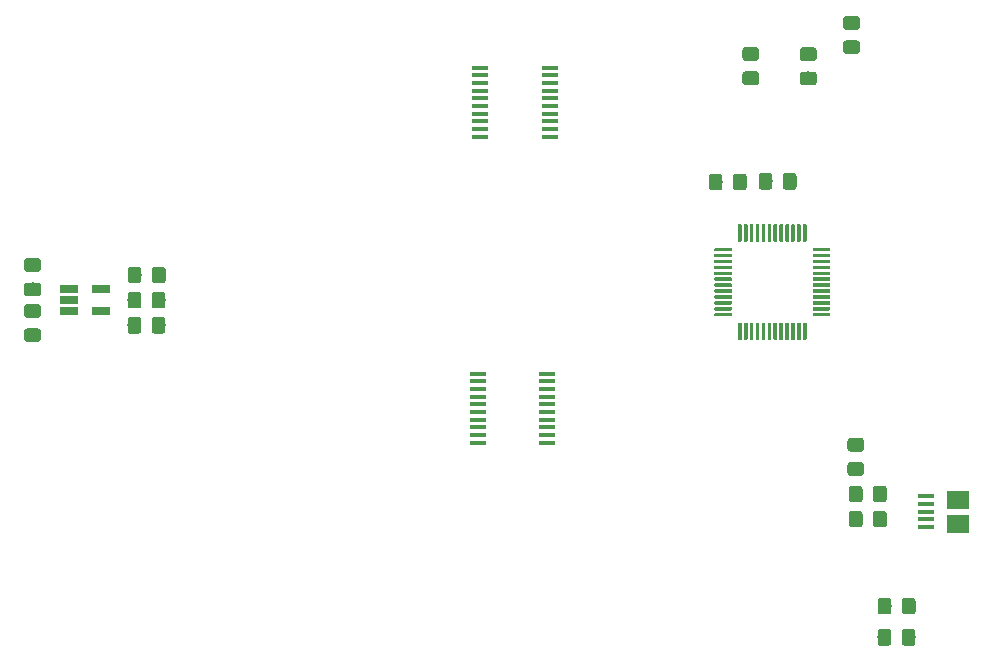
<source format=gbr>
G04 #@! TF.GenerationSoftware,KiCad,Pcbnew,(5.1.4)-1*
G04 #@! TF.CreationDate,2021-02-25T01:02:42-03:00*
G04 #@! TF.ProjectId,Flash,466c6173-682e-46b6-9963-61645f706362,rev?*
G04 #@! TF.SameCoordinates,Original*
G04 #@! TF.FileFunction,Paste,Top*
G04 #@! TF.FilePolarity,Positive*
%FSLAX46Y46*%
G04 Gerber Fmt 4.6, Leading zero omitted, Abs format (unit mm)*
G04 Created by KiCad (PCBNEW (5.1.4)-1) date 2021-02-25 01:02:42*
%MOMM*%
%LPD*%
G04 APERTURE LIST*
%ADD10C,0.100000*%
%ADD11C,1.150000*%
%ADD12R,1.900000X1.500000*%
%ADD13R,1.350000X0.400000*%
%ADD14R,1.560000X0.650000*%
%ADD15C,0.300000*%
%ADD16R,1.450000X0.450000*%
G04 APERTURE END LIST*
D10*
G36*
X148658105Y-32108604D02*
G01*
X148682373Y-32112204D01*
X148706172Y-32118165D01*
X148729271Y-32126430D01*
X148751450Y-32136920D01*
X148772493Y-32149532D01*
X148792199Y-32164147D01*
X148810377Y-32180623D01*
X148826853Y-32198801D01*
X148841468Y-32218507D01*
X148854080Y-32239550D01*
X148864570Y-32261729D01*
X148872835Y-32284828D01*
X148878796Y-32308627D01*
X148882396Y-32332895D01*
X148883600Y-32357399D01*
X148883600Y-33007401D01*
X148882396Y-33031905D01*
X148878796Y-33056173D01*
X148872835Y-33079972D01*
X148864570Y-33103071D01*
X148854080Y-33125250D01*
X148841468Y-33146293D01*
X148826853Y-33165999D01*
X148810377Y-33184177D01*
X148792199Y-33200653D01*
X148772493Y-33215268D01*
X148751450Y-33227880D01*
X148729271Y-33238370D01*
X148706172Y-33246635D01*
X148682373Y-33252596D01*
X148658105Y-33256196D01*
X148633601Y-33257400D01*
X147733599Y-33257400D01*
X147709095Y-33256196D01*
X147684827Y-33252596D01*
X147661028Y-33246635D01*
X147637929Y-33238370D01*
X147615750Y-33227880D01*
X147594707Y-33215268D01*
X147575001Y-33200653D01*
X147556823Y-33184177D01*
X147540347Y-33165999D01*
X147525732Y-33146293D01*
X147513120Y-33125250D01*
X147502630Y-33103071D01*
X147494365Y-33079972D01*
X147488404Y-33056173D01*
X147484804Y-33031905D01*
X147483600Y-33007401D01*
X147483600Y-32357399D01*
X147484804Y-32332895D01*
X147488404Y-32308627D01*
X147494365Y-32284828D01*
X147502630Y-32261729D01*
X147513120Y-32239550D01*
X147525732Y-32218507D01*
X147540347Y-32198801D01*
X147556823Y-32180623D01*
X147575001Y-32164147D01*
X147594707Y-32149532D01*
X147615750Y-32136920D01*
X147637929Y-32126430D01*
X147661028Y-32118165D01*
X147684827Y-32112204D01*
X147709095Y-32108604D01*
X147733599Y-32107400D01*
X148633601Y-32107400D01*
X148658105Y-32108604D01*
X148658105Y-32108604D01*
G37*
D11*
X148183600Y-32682400D03*
D10*
G36*
X148658105Y-30058604D02*
G01*
X148682373Y-30062204D01*
X148706172Y-30068165D01*
X148729271Y-30076430D01*
X148751450Y-30086920D01*
X148772493Y-30099532D01*
X148792199Y-30114147D01*
X148810377Y-30130623D01*
X148826853Y-30148801D01*
X148841468Y-30168507D01*
X148854080Y-30189550D01*
X148864570Y-30211729D01*
X148872835Y-30234828D01*
X148878796Y-30258627D01*
X148882396Y-30282895D01*
X148883600Y-30307399D01*
X148883600Y-30957401D01*
X148882396Y-30981905D01*
X148878796Y-31006173D01*
X148872835Y-31029972D01*
X148864570Y-31053071D01*
X148854080Y-31075250D01*
X148841468Y-31096293D01*
X148826853Y-31115999D01*
X148810377Y-31134177D01*
X148792199Y-31150653D01*
X148772493Y-31165268D01*
X148751450Y-31177880D01*
X148729271Y-31188370D01*
X148706172Y-31196635D01*
X148682373Y-31202596D01*
X148658105Y-31206196D01*
X148633601Y-31207400D01*
X147733599Y-31207400D01*
X147709095Y-31206196D01*
X147684827Y-31202596D01*
X147661028Y-31196635D01*
X147637929Y-31188370D01*
X147615750Y-31177880D01*
X147594707Y-31165268D01*
X147575001Y-31150653D01*
X147556823Y-31134177D01*
X147540347Y-31115999D01*
X147525732Y-31096293D01*
X147513120Y-31075250D01*
X147502630Y-31053071D01*
X147494365Y-31029972D01*
X147488404Y-31006173D01*
X147484804Y-30981905D01*
X147483600Y-30957401D01*
X147483600Y-30307399D01*
X147484804Y-30282895D01*
X147488404Y-30258627D01*
X147494365Y-30234828D01*
X147502630Y-30211729D01*
X147513120Y-30189550D01*
X147525732Y-30168507D01*
X147540347Y-30148801D01*
X147556823Y-30130623D01*
X147575001Y-30114147D01*
X147594707Y-30099532D01*
X147615750Y-30086920D01*
X147637929Y-30076430D01*
X147661028Y-30068165D01*
X147684827Y-30062204D01*
X147709095Y-30058604D01*
X147733599Y-30057400D01*
X148633601Y-30057400D01*
X148658105Y-30058604D01*
X148658105Y-30058604D01*
G37*
D11*
X148183600Y-30632400D03*
D10*
G36*
X143781305Y-30040604D02*
G01*
X143805573Y-30044204D01*
X143829372Y-30050165D01*
X143852471Y-30058430D01*
X143874650Y-30068920D01*
X143895693Y-30081532D01*
X143915399Y-30096147D01*
X143933577Y-30112623D01*
X143950053Y-30130801D01*
X143964668Y-30150507D01*
X143977280Y-30171550D01*
X143987770Y-30193729D01*
X143996035Y-30216828D01*
X144001996Y-30240627D01*
X144005596Y-30264895D01*
X144006800Y-30289399D01*
X144006800Y-30939401D01*
X144005596Y-30963905D01*
X144001996Y-30988173D01*
X143996035Y-31011972D01*
X143987770Y-31035071D01*
X143977280Y-31057250D01*
X143964668Y-31078293D01*
X143950053Y-31097999D01*
X143933577Y-31116177D01*
X143915399Y-31132653D01*
X143895693Y-31147268D01*
X143874650Y-31159880D01*
X143852471Y-31170370D01*
X143829372Y-31178635D01*
X143805573Y-31184596D01*
X143781305Y-31188196D01*
X143756801Y-31189400D01*
X142856799Y-31189400D01*
X142832295Y-31188196D01*
X142808027Y-31184596D01*
X142784228Y-31178635D01*
X142761129Y-31170370D01*
X142738950Y-31159880D01*
X142717907Y-31147268D01*
X142698201Y-31132653D01*
X142680023Y-31116177D01*
X142663547Y-31097999D01*
X142648932Y-31078293D01*
X142636320Y-31057250D01*
X142625830Y-31035071D01*
X142617565Y-31011972D01*
X142611604Y-30988173D01*
X142608004Y-30963905D01*
X142606800Y-30939401D01*
X142606800Y-30289399D01*
X142608004Y-30264895D01*
X142611604Y-30240627D01*
X142617565Y-30216828D01*
X142625830Y-30193729D01*
X142636320Y-30171550D01*
X142648932Y-30150507D01*
X142663547Y-30130801D01*
X142680023Y-30112623D01*
X142698201Y-30096147D01*
X142717907Y-30081532D01*
X142738950Y-30068920D01*
X142761129Y-30058430D01*
X142784228Y-30050165D01*
X142808027Y-30044204D01*
X142832295Y-30040604D01*
X142856799Y-30039400D01*
X143756801Y-30039400D01*
X143781305Y-30040604D01*
X143781305Y-30040604D01*
G37*
D11*
X143306800Y-30614400D03*
D10*
G36*
X143781305Y-32090604D02*
G01*
X143805573Y-32094204D01*
X143829372Y-32100165D01*
X143852471Y-32108430D01*
X143874650Y-32118920D01*
X143895693Y-32131532D01*
X143915399Y-32146147D01*
X143933577Y-32162623D01*
X143950053Y-32180801D01*
X143964668Y-32200507D01*
X143977280Y-32221550D01*
X143987770Y-32243729D01*
X143996035Y-32266828D01*
X144001996Y-32290627D01*
X144005596Y-32314895D01*
X144006800Y-32339399D01*
X144006800Y-32989401D01*
X144005596Y-33013905D01*
X144001996Y-33038173D01*
X143996035Y-33061972D01*
X143987770Y-33085071D01*
X143977280Y-33107250D01*
X143964668Y-33128293D01*
X143950053Y-33147999D01*
X143933577Y-33166177D01*
X143915399Y-33182653D01*
X143895693Y-33197268D01*
X143874650Y-33209880D01*
X143852471Y-33220370D01*
X143829372Y-33228635D01*
X143805573Y-33234596D01*
X143781305Y-33238196D01*
X143756801Y-33239400D01*
X142856799Y-33239400D01*
X142832295Y-33238196D01*
X142808027Y-33234596D01*
X142784228Y-33228635D01*
X142761129Y-33220370D01*
X142738950Y-33209880D01*
X142717907Y-33197268D01*
X142698201Y-33182653D01*
X142680023Y-33166177D01*
X142663547Y-33147999D01*
X142648932Y-33128293D01*
X142636320Y-33107250D01*
X142625830Y-33085071D01*
X142617565Y-33061972D01*
X142611604Y-33038173D01*
X142608004Y-33013905D01*
X142606800Y-32989401D01*
X142606800Y-32339399D01*
X142608004Y-32314895D01*
X142611604Y-32290627D01*
X142617565Y-32266828D01*
X142625830Y-32243729D01*
X142636320Y-32221550D01*
X142648932Y-32200507D01*
X142663547Y-32180801D01*
X142680023Y-32162623D01*
X142698201Y-32146147D01*
X142717907Y-32131532D01*
X142738950Y-32118920D01*
X142761129Y-32108430D01*
X142784228Y-32100165D01*
X142808027Y-32094204D01*
X142832295Y-32090604D01*
X142856799Y-32089400D01*
X143756801Y-32089400D01*
X143781305Y-32090604D01*
X143781305Y-32090604D01*
G37*
D11*
X143306800Y-32664400D03*
D10*
G36*
X82973705Y-47922204D02*
G01*
X82997973Y-47925804D01*
X83021772Y-47931765D01*
X83044871Y-47940030D01*
X83067050Y-47950520D01*
X83088093Y-47963132D01*
X83107799Y-47977747D01*
X83125977Y-47994223D01*
X83142453Y-48012401D01*
X83157068Y-48032107D01*
X83169680Y-48053150D01*
X83180170Y-48075329D01*
X83188435Y-48098428D01*
X83194396Y-48122227D01*
X83197996Y-48146495D01*
X83199200Y-48170999D01*
X83199200Y-48821001D01*
X83197996Y-48845505D01*
X83194396Y-48869773D01*
X83188435Y-48893572D01*
X83180170Y-48916671D01*
X83169680Y-48938850D01*
X83157068Y-48959893D01*
X83142453Y-48979599D01*
X83125977Y-48997777D01*
X83107799Y-49014253D01*
X83088093Y-49028868D01*
X83067050Y-49041480D01*
X83044871Y-49051970D01*
X83021772Y-49060235D01*
X82997973Y-49066196D01*
X82973705Y-49069796D01*
X82949201Y-49071000D01*
X82049199Y-49071000D01*
X82024695Y-49069796D01*
X82000427Y-49066196D01*
X81976628Y-49060235D01*
X81953529Y-49051970D01*
X81931350Y-49041480D01*
X81910307Y-49028868D01*
X81890601Y-49014253D01*
X81872423Y-48997777D01*
X81855947Y-48979599D01*
X81841332Y-48959893D01*
X81828720Y-48938850D01*
X81818230Y-48916671D01*
X81809965Y-48893572D01*
X81804004Y-48869773D01*
X81800404Y-48845505D01*
X81799200Y-48821001D01*
X81799200Y-48170999D01*
X81800404Y-48146495D01*
X81804004Y-48122227D01*
X81809965Y-48098428D01*
X81818230Y-48075329D01*
X81828720Y-48053150D01*
X81841332Y-48032107D01*
X81855947Y-48012401D01*
X81872423Y-47994223D01*
X81890601Y-47977747D01*
X81910307Y-47963132D01*
X81931350Y-47950520D01*
X81953529Y-47940030D01*
X81976628Y-47931765D01*
X82000427Y-47925804D01*
X82024695Y-47922204D01*
X82049199Y-47921000D01*
X82949201Y-47921000D01*
X82973705Y-47922204D01*
X82973705Y-47922204D01*
G37*
D11*
X82499200Y-48496000D03*
D10*
G36*
X82973705Y-49972204D02*
G01*
X82997973Y-49975804D01*
X83021772Y-49981765D01*
X83044871Y-49990030D01*
X83067050Y-50000520D01*
X83088093Y-50013132D01*
X83107799Y-50027747D01*
X83125977Y-50044223D01*
X83142453Y-50062401D01*
X83157068Y-50082107D01*
X83169680Y-50103150D01*
X83180170Y-50125329D01*
X83188435Y-50148428D01*
X83194396Y-50172227D01*
X83197996Y-50196495D01*
X83199200Y-50220999D01*
X83199200Y-50871001D01*
X83197996Y-50895505D01*
X83194396Y-50919773D01*
X83188435Y-50943572D01*
X83180170Y-50966671D01*
X83169680Y-50988850D01*
X83157068Y-51009893D01*
X83142453Y-51029599D01*
X83125977Y-51047777D01*
X83107799Y-51064253D01*
X83088093Y-51078868D01*
X83067050Y-51091480D01*
X83044871Y-51101970D01*
X83021772Y-51110235D01*
X82997973Y-51116196D01*
X82973705Y-51119796D01*
X82949201Y-51121000D01*
X82049199Y-51121000D01*
X82024695Y-51119796D01*
X82000427Y-51116196D01*
X81976628Y-51110235D01*
X81953529Y-51101970D01*
X81931350Y-51091480D01*
X81910307Y-51078868D01*
X81890601Y-51064253D01*
X81872423Y-51047777D01*
X81855947Y-51029599D01*
X81841332Y-51009893D01*
X81828720Y-50988850D01*
X81818230Y-50966671D01*
X81809965Y-50943572D01*
X81804004Y-50919773D01*
X81800404Y-50895505D01*
X81799200Y-50871001D01*
X81799200Y-50220999D01*
X81800404Y-50196495D01*
X81804004Y-50172227D01*
X81809965Y-50148428D01*
X81818230Y-50125329D01*
X81828720Y-50103150D01*
X81841332Y-50082107D01*
X81855947Y-50062401D01*
X81872423Y-50044223D01*
X81890601Y-50027747D01*
X81910307Y-50013132D01*
X81931350Y-50000520D01*
X81953529Y-49990030D01*
X81976628Y-49981765D01*
X82000427Y-49975804D01*
X82024695Y-49972204D01*
X82049199Y-49971000D01*
X82949201Y-49971000D01*
X82973705Y-49972204D01*
X82973705Y-49972204D01*
G37*
D11*
X82499200Y-50546000D03*
D10*
G36*
X82973705Y-51801004D02*
G01*
X82997973Y-51804604D01*
X83021772Y-51810565D01*
X83044871Y-51818830D01*
X83067050Y-51829320D01*
X83088093Y-51841932D01*
X83107799Y-51856547D01*
X83125977Y-51873023D01*
X83142453Y-51891201D01*
X83157068Y-51910907D01*
X83169680Y-51931950D01*
X83180170Y-51954129D01*
X83188435Y-51977228D01*
X83194396Y-52001027D01*
X83197996Y-52025295D01*
X83199200Y-52049799D01*
X83199200Y-52699801D01*
X83197996Y-52724305D01*
X83194396Y-52748573D01*
X83188435Y-52772372D01*
X83180170Y-52795471D01*
X83169680Y-52817650D01*
X83157068Y-52838693D01*
X83142453Y-52858399D01*
X83125977Y-52876577D01*
X83107799Y-52893053D01*
X83088093Y-52907668D01*
X83067050Y-52920280D01*
X83044871Y-52930770D01*
X83021772Y-52939035D01*
X82997973Y-52944996D01*
X82973705Y-52948596D01*
X82949201Y-52949800D01*
X82049199Y-52949800D01*
X82024695Y-52948596D01*
X82000427Y-52944996D01*
X81976628Y-52939035D01*
X81953529Y-52930770D01*
X81931350Y-52920280D01*
X81910307Y-52907668D01*
X81890601Y-52893053D01*
X81872423Y-52876577D01*
X81855947Y-52858399D01*
X81841332Y-52838693D01*
X81828720Y-52817650D01*
X81818230Y-52795471D01*
X81809965Y-52772372D01*
X81804004Y-52748573D01*
X81800404Y-52724305D01*
X81799200Y-52699801D01*
X81799200Y-52049799D01*
X81800404Y-52025295D01*
X81804004Y-52001027D01*
X81809965Y-51977228D01*
X81818230Y-51954129D01*
X81828720Y-51931950D01*
X81841332Y-51910907D01*
X81855947Y-51891201D01*
X81872423Y-51873023D01*
X81890601Y-51856547D01*
X81910307Y-51841932D01*
X81931350Y-51829320D01*
X81953529Y-51818830D01*
X81976628Y-51810565D01*
X82000427Y-51804604D01*
X82024695Y-51801004D01*
X82049199Y-51799800D01*
X82949201Y-51799800D01*
X82973705Y-51801004D01*
X82973705Y-51801004D01*
G37*
D11*
X82499200Y-52374800D03*
D10*
G36*
X82973705Y-53851004D02*
G01*
X82997973Y-53854604D01*
X83021772Y-53860565D01*
X83044871Y-53868830D01*
X83067050Y-53879320D01*
X83088093Y-53891932D01*
X83107799Y-53906547D01*
X83125977Y-53923023D01*
X83142453Y-53941201D01*
X83157068Y-53960907D01*
X83169680Y-53981950D01*
X83180170Y-54004129D01*
X83188435Y-54027228D01*
X83194396Y-54051027D01*
X83197996Y-54075295D01*
X83199200Y-54099799D01*
X83199200Y-54749801D01*
X83197996Y-54774305D01*
X83194396Y-54798573D01*
X83188435Y-54822372D01*
X83180170Y-54845471D01*
X83169680Y-54867650D01*
X83157068Y-54888693D01*
X83142453Y-54908399D01*
X83125977Y-54926577D01*
X83107799Y-54943053D01*
X83088093Y-54957668D01*
X83067050Y-54970280D01*
X83044871Y-54980770D01*
X83021772Y-54989035D01*
X82997973Y-54994996D01*
X82973705Y-54998596D01*
X82949201Y-54999800D01*
X82049199Y-54999800D01*
X82024695Y-54998596D01*
X82000427Y-54994996D01*
X81976628Y-54989035D01*
X81953529Y-54980770D01*
X81931350Y-54970280D01*
X81910307Y-54957668D01*
X81890601Y-54943053D01*
X81872423Y-54926577D01*
X81855947Y-54908399D01*
X81841332Y-54888693D01*
X81828720Y-54867650D01*
X81818230Y-54845471D01*
X81809965Y-54822372D01*
X81804004Y-54798573D01*
X81800404Y-54774305D01*
X81799200Y-54749801D01*
X81799200Y-54099799D01*
X81800404Y-54075295D01*
X81804004Y-54051027D01*
X81809965Y-54027228D01*
X81818230Y-54004129D01*
X81828720Y-53981950D01*
X81841332Y-53960907D01*
X81855947Y-53941201D01*
X81872423Y-53923023D01*
X81890601Y-53906547D01*
X81910307Y-53891932D01*
X81931350Y-53879320D01*
X81953529Y-53868830D01*
X81976628Y-53860565D01*
X82000427Y-53854604D01*
X82024695Y-53851004D01*
X82049199Y-53849800D01*
X82949201Y-53849800D01*
X82973705Y-53851004D01*
X82973705Y-53851004D01*
G37*
D11*
X82499200Y-54424800D03*
D10*
G36*
X91466705Y-52895204D02*
G01*
X91490973Y-52898804D01*
X91514772Y-52904765D01*
X91537871Y-52913030D01*
X91560050Y-52923520D01*
X91581093Y-52936132D01*
X91600799Y-52950747D01*
X91618977Y-52967223D01*
X91635453Y-52985401D01*
X91650068Y-53005107D01*
X91662680Y-53026150D01*
X91673170Y-53048329D01*
X91681435Y-53071428D01*
X91687396Y-53095227D01*
X91690996Y-53119495D01*
X91692200Y-53143999D01*
X91692200Y-54044001D01*
X91690996Y-54068505D01*
X91687396Y-54092773D01*
X91681435Y-54116572D01*
X91673170Y-54139671D01*
X91662680Y-54161850D01*
X91650068Y-54182893D01*
X91635453Y-54202599D01*
X91618977Y-54220777D01*
X91600799Y-54237253D01*
X91581093Y-54251868D01*
X91560050Y-54264480D01*
X91537871Y-54274970D01*
X91514772Y-54283235D01*
X91490973Y-54289196D01*
X91466705Y-54292796D01*
X91442201Y-54294000D01*
X90792199Y-54294000D01*
X90767695Y-54292796D01*
X90743427Y-54289196D01*
X90719628Y-54283235D01*
X90696529Y-54274970D01*
X90674350Y-54264480D01*
X90653307Y-54251868D01*
X90633601Y-54237253D01*
X90615423Y-54220777D01*
X90598947Y-54202599D01*
X90584332Y-54182893D01*
X90571720Y-54161850D01*
X90561230Y-54139671D01*
X90552965Y-54116572D01*
X90547004Y-54092773D01*
X90543404Y-54068505D01*
X90542200Y-54044001D01*
X90542200Y-53143999D01*
X90543404Y-53119495D01*
X90547004Y-53095227D01*
X90552965Y-53071428D01*
X90561230Y-53048329D01*
X90571720Y-53026150D01*
X90584332Y-53005107D01*
X90598947Y-52985401D01*
X90615423Y-52967223D01*
X90633601Y-52950747D01*
X90653307Y-52936132D01*
X90674350Y-52923520D01*
X90696529Y-52913030D01*
X90719628Y-52904765D01*
X90743427Y-52898804D01*
X90767695Y-52895204D01*
X90792199Y-52894000D01*
X91442201Y-52894000D01*
X91466705Y-52895204D01*
X91466705Y-52895204D01*
G37*
D11*
X91117200Y-53594000D03*
D10*
G36*
X93516705Y-52895204D02*
G01*
X93540973Y-52898804D01*
X93564772Y-52904765D01*
X93587871Y-52913030D01*
X93610050Y-52923520D01*
X93631093Y-52936132D01*
X93650799Y-52950747D01*
X93668977Y-52967223D01*
X93685453Y-52985401D01*
X93700068Y-53005107D01*
X93712680Y-53026150D01*
X93723170Y-53048329D01*
X93731435Y-53071428D01*
X93737396Y-53095227D01*
X93740996Y-53119495D01*
X93742200Y-53143999D01*
X93742200Y-54044001D01*
X93740996Y-54068505D01*
X93737396Y-54092773D01*
X93731435Y-54116572D01*
X93723170Y-54139671D01*
X93712680Y-54161850D01*
X93700068Y-54182893D01*
X93685453Y-54202599D01*
X93668977Y-54220777D01*
X93650799Y-54237253D01*
X93631093Y-54251868D01*
X93610050Y-54264480D01*
X93587871Y-54274970D01*
X93564772Y-54283235D01*
X93540973Y-54289196D01*
X93516705Y-54292796D01*
X93492201Y-54294000D01*
X92842199Y-54294000D01*
X92817695Y-54292796D01*
X92793427Y-54289196D01*
X92769628Y-54283235D01*
X92746529Y-54274970D01*
X92724350Y-54264480D01*
X92703307Y-54251868D01*
X92683601Y-54237253D01*
X92665423Y-54220777D01*
X92648947Y-54202599D01*
X92634332Y-54182893D01*
X92621720Y-54161850D01*
X92611230Y-54139671D01*
X92602965Y-54116572D01*
X92597004Y-54092773D01*
X92593404Y-54068505D01*
X92592200Y-54044001D01*
X92592200Y-53143999D01*
X92593404Y-53119495D01*
X92597004Y-53095227D01*
X92602965Y-53071428D01*
X92611230Y-53048329D01*
X92621720Y-53026150D01*
X92634332Y-53005107D01*
X92648947Y-52985401D01*
X92665423Y-52967223D01*
X92683601Y-52950747D01*
X92703307Y-52936132D01*
X92724350Y-52923520D01*
X92746529Y-52913030D01*
X92769628Y-52904765D01*
X92793427Y-52898804D01*
X92817695Y-52895204D01*
X92842199Y-52894000D01*
X93492201Y-52894000D01*
X93516705Y-52895204D01*
X93516705Y-52895204D01*
G37*
D11*
X93167200Y-53594000D03*
D10*
G36*
X91475705Y-50761604D02*
G01*
X91499973Y-50765204D01*
X91523772Y-50771165D01*
X91546871Y-50779430D01*
X91569050Y-50789920D01*
X91590093Y-50802532D01*
X91609799Y-50817147D01*
X91627977Y-50833623D01*
X91644453Y-50851801D01*
X91659068Y-50871507D01*
X91671680Y-50892550D01*
X91682170Y-50914729D01*
X91690435Y-50937828D01*
X91696396Y-50961627D01*
X91699996Y-50985895D01*
X91701200Y-51010399D01*
X91701200Y-51910401D01*
X91699996Y-51934905D01*
X91696396Y-51959173D01*
X91690435Y-51982972D01*
X91682170Y-52006071D01*
X91671680Y-52028250D01*
X91659068Y-52049293D01*
X91644453Y-52068999D01*
X91627977Y-52087177D01*
X91609799Y-52103653D01*
X91590093Y-52118268D01*
X91569050Y-52130880D01*
X91546871Y-52141370D01*
X91523772Y-52149635D01*
X91499973Y-52155596D01*
X91475705Y-52159196D01*
X91451201Y-52160400D01*
X90801199Y-52160400D01*
X90776695Y-52159196D01*
X90752427Y-52155596D01*
X90728628Y-52149635D01*
X90705529Y-52141370D01*
X90683350Y-52130880D01*
X90662307Y-52118268D01*
X90642601Y-52103653D01*
X90624423Y-52087177D01*
X90607947Y-52068999D01*
X90593332Y-52049293D01*
X90580720Y-52028250D01*
X90570230Y-52006071D01*
X90561965Y-51982972D01*
X90556004Y-51959173D01*
X90552404Y-51934905D01*
X90551200Y-51910401D01*
X90551200Y-51010399D01*
X90552404Y-50985895D01*
X90556004Y-50961627D01*
X90561965Y-50937828D01*
X90570230Y-50914729D01*
X90580720Y-50892550D01*
X90593332Y-50871507D01*
X90607947Y-50851801D01*
X90624423Y-50833623D01*
X90642601Y-50817147D01*
X90662307Y-50802532D01*
X90683350Y-50789920D01*
X90705529Y-50779430D01*
X90728628Y-50771165D01*
X90752427Y-50765204D01*
X90776695Y-50761604D01*
X90801199Y-50760400D01*
X91451201Y-50760400D01*
X91475705Y-50761604D01*
X91475705Y-50761604D01*
G37*
D11*
X91126200Y-51460400D03*
D10*
G36*
X93525705Y-50761604D02*
G01*
X93549973Y-50765204D01*
X93573772Y-50771165D01*
X93596871Y-50779430D01*
X93619050Y-50789920D01*
X93640093Y-50802532D01*
X93659799Y-50817147D01*
X93677977Y-50833623D01*
X93694453Y-50851801D01*
X93709068Y-50871507D01*
X93721680Y-50892550D01*
X93732170Y-50914729D01*
X93740435Y-50937828D01*
X93746396Y-50961627D01*
X93749996Y-50985895D01*
X93751200Y-51010399D01*
X93751200Y-51910401D01*
X93749996Y-51934905D01*
X93746396Y-51959173D01*
X93740435Y-51982972D01*
X93732170Y-52006071D01*
X93721680Y-52028250D01*
X93709068Y-52049293D01*
X93694453Y-52068999D01*
X93677977Y-52087177D01*
X93659799Y-52103653D01*
X93640093Y-52118268D01*
X93619050Y-52130880D01*
X93596871Y-52141370D01*
X93573772Y-52149635D01*
X93549973Y-52155596D01*
X93525705Y-52159196D01*
X93501201Y-52160400D01*
X92851199Y-52160400D01*
X92826695Y-52159196D01*
X92802427Y-52155596D01*
X92778628Y-52149635D01*
X92755529Y-52141370D01*
X92733350Y-52130880D01*
X92712307Y-52118268D01*
X92692601Y-52103653D01*
X92674423Y-52087177D01*
X92657947Y-52068999D01*
X92643332Y-52049293D01*
X92630720Y-52028250D01*
X92620230Y-52006071D01*
X92611965Y-51982972D01*
X92606004Y-51959173D01*
X92602404Y-51934905D01*
X92601200Y-51910401D01*
X92601200Y-51010399D01*
X92602404Y-50985895D01*
X92606004Y-50961627D01*
X92611965Y-50937828D01*
X92620230Y-50914729D01*
X92630720Y-50892550D01*
X92643332Y-50871507D01*
X92657947Y-50851801D01*
X92674423Y-50833623D01*
X92692601Y-50817147D01*
X92712307Y-50802532D01*
X92733350Y-50789920D01*
X92755529Y-50779430D01*
X92778628Y-50771165D01*
X92802427Y-50765204D01*
X92826695Y-50761604D01*
X92851199Y-50760400D01*
X93501201Y-50760400D01*
X93525705Y-50761604D01*
X93525705Y-50761604D01*
G37*
D11*
X93176200Y-51460400D03*
D10*
G36*
X93534705Y-48628004D02*
G01*
X93558973Y-48631604D01*
X93582772Y-48637565D01*
X93605871Y-48645830D01*
X93628050Y-48656320D01*
X93649093Y-48668932D01*
X93668799Y-48683547D01*
X93686977Y-48700023D01*
X93703453Y-48718201D01*
X93718068Y-48737907D01*
X93730680Y-48758950D01*
X93741170Y-48781129D01*
X93749435Y-48804228D01*
X93755396Y-48828027D01*
X93758996Y-48852295D01*
X93760200Y-48876799D01*
X93760200Y-49776801D01*
X93758996Y-49801305D01*
X93755396Y-49825573D01*
X93749435Y-49849372D01*
X93741170Y-49872471D01*
X93730680Y-49894650D01*
X93718068Y-49915693D01*
X93703453Y-49935399D01*
X93686977Y-49953577D01*
X93668799Y-49970053D01*
X93649093Y-49984668D01*
X93628050Y-49997280D01*
X93605871Y-50007770D01*
X93582772Y-50016035D01*
X93558973Y-50021996D01*
X93534705Y-50025596D01*
X93510201Y-50026800D01*
X92860199Y-50026800D01*
X92835695Y-50025596D01*
X92811427Y-50021996D01*
X92787628Y-50016035D01*
X92764529Y-50007770D01*
X92742350Y-49997280D01*
X92721307Y-49984668D01*
X92701601Y-49970053D01*
X92683423Y-49953577D01*
X92666947Y-49935399D01*
X92652332Y-49915693D01*
X92639720Y-49894650D01*
X92629230Y-49872471D01*
X92620965Y-49849372D01*
X92615004Y-49825573D01*
X92611404Y-49801305D01*
X92610200Y-49776801D01*
X92610200Y-48876799D01*
X92611404Y-48852295D01*
X92615004Y-48828027D01*
X92620965Y-48804228D01*
X92629230Y-48781129D01*
X92639720Y-48758950D01*
X92652332Y-48737907D01*
X92666947Y-48718201D01*
X92683423Y-48700023D01*
X92701601Y-48683547D01*
X92721307Y-48668932D01*
X92742350Y-48656320D01*
X92764529Y-48645830D01*
X92787628Y-48637565D01*
X92811427Y-48631604D01*
X92835695Y-48628004D01*
X92860199Y-48626800D01*
X93510201Y-48626800D01*
X93534705Y-48628004D01*
X93534705Y-48628004D01*
G37*
D11*
X93185200Y-49326800D03*
D10*
G36*
X91484705Y-48628004D02*
G01*
X91508973Y-48631604D01*
X91532772Y-48637565D01*
X91555871Y-48645830D01*
X91578050Y-48656320D01*
X91599093Y-48668932D01*
X91618799Y-48683547D01*
X91636977Y-48700023D01*
X91653453Y-48718201D01*
X91668068Y-48737907D01*
X91680680Y-48758950D01*
X91691170Y-48781129D01*
X91699435Y-48804228D01*
X91705396Y-48828027D01*
X91708996Y-48852295D01*
X91710200Y-48876799D01*
X91710200Y-49776801D01*
X91708996Y-49801305D01*
X91705396Y-49825573D01*
X91699435Y-49849372D01*
X91691170Y-49872471D01*
X91680680Y-49894650D01*
X91668068Y-49915693D01*
X91653453Y-49935399D01*
X91636977Y-49953577D01*
X91618799Y-49970053D01*
X91599093Y-49984668D01*
X91578050Y-49997280D01*
X91555871Y-50007770D01*
X91532772Y-50016035D01*
X91508973Y-50021996D01*
X91484705Y-50025596D01*
X91460201Y-50026800D01*
X90810199Y-50026800D01*
X90785695Y-50025596D01*
X90761427Y-50021996D01*
X90737628Y-50016035D01*
X90714529Y-50007770D01*
X90692350Y-49997280D01*
X90671307Y-49984668D01*
X90651601Y-49970053D01*
X90633423Y-49953577D01*
X90616947Y-49935399D01*
X90602332Y-49915693D01*
X90589720Y-49894650D01*
X90579230Y-49872471D01*
X90570965Y-49849372D01*
X90565004Y-49825573D01*
X90561404Y-49801305D01*
X90560200Y-49776801D01*
X90560200Y-48876799D01*
X90561404Y-48852295D01*
X90565004Y-48828027D01*
X90570965Y-48804228D01*
X90579230Y-48781129D01*
X90589720Y-48758950D01*
X90602332Y-48737907D01*
X90616947Y-48718201D01*
X90633423Y-48700023D01*
X90651601Y-48683547D01*
X90671307Y-48668932D01*
X90692350Y-48656320D01*
X90714529Y-48645830D01*
X90737628Y-48637565D01*
X90761427Y-48631604D01*
X90785695Y-48628004D01*
X90810199Y-48626800D01*
X91460201Y-48626800D01*
X91484705Y-48628004D01*
X91484705Y-48628004D01*
G37*
D11*
X91135200Y-49326800D03*
D12*
X160883600Y-68376800D03*
D13*
X158183600Y-70026800D03*
X158183600Y-70676800D03*
X158183600Y-68076800D03*
X158183600Y-68726800D03*
X158183600Y-69376800D03*
D12*
X160883600Y-70376800D03*
D10*
G36*
X157034705Y-76669604D02*
G01*
X157058973Y-76673204D01*
X157082772Y-76679165D01*
X157105871Y-76687430D01*
X157128050Y-76697920D01*
X157149093Y-76710532D01*
X157168799Y-76725147D01*
X157186977Y-76741623D01*
X157203453Y-76759801D01*
X157218068Y-76779507D01*
X157230680Y-76800550D01*
X157241170Y-76822729D01*
X157249435Y-76845828D01*
X157255396Y-76869627D01*
X157258996Y-76893895D01*
X157260200Y-76918399D01*
X157260200Y-77818401D01*
X157258996Y-77842905D01*
X157255396Y-77867173D01*
X157249435Y-77890972D01*
X157241170Y-77914071D01*
X157230680Y-77936250D01*
X157218068Y-77957293D01*
X157203453Y-77976999D01*
X157186977Y-77995177D01*
X157168799Y-78011653D01*
X157149093Y-78026268D01*
X157128050Y-78038880D01*
X157105871Y-78049370D01*
X157082772Y-78057635D01*
X157058973Y-78063596D01*
X157034705Y-78067196D01*
X157010201Y-78068400D01*
X156360199Y-78068400D01*
X156335695Y-78067196D01*
X156311427Y-78063596D01*
X156287628Y-78057635D01*
X156264529Y-78049370D01*
X156242350Y-78038880D01*
X156221307Y-78026268D01*
X156201601Y-78011653D01*
X156183423Y-77995177D01*
X156166947Y-77976999D01*
X156152332Y-77957293D01*
X156139720Y-77936250D01*
X156129230Y-77914071D01*
X156120965Y-77890972D01*
X156115004Y-77867173D01*
X156111404Y-77842905D01*
X156110200Y-77818401D01*
X156110200Y-76918399D01*
X156111404Y-76893895D01*
X156115004Y-76869627D01*
X156120965Y-76845828D01*
X156129230Y-76822729D01*
X156139720Y-76800550D01*
X156152332Y-76779507D01*
X156166947Y-76759801D01*
X156183423Y-76741623D01*
X156201601Y-76725147D01*
X156221307Y-76710532D01*
X156242350Y-76697920D01*
X156264529Y-76687430D01*
X156287628Y-76679165D01*
X156311427Y-76673204D01*
X156335695Y-76669604D01*
X156360199Y-76668400D01*
X157010201Y-76668400D01*
X157034705Y-76669604D01*
X157034705Y-76669604D01*
G37*
D11*
X156685200Y-77368400D03*
D10*
G36*
X154984705Y-76669604D02*
G01*
X155008973Y-76673204D01*
X155032772Y-76679165D01*
X155055871Y-76687430D01*
X155078050Y-76697920D01*
X155099093Y-76710532D01*
X155118799Y-76725147D01*
X155136977Y-76741623D01*
X155153453Y-76759801D01*
X155168068Y-76779507D01*
X155180680Y-76800550D01*
X155191170Y-76822729D01*
X155199435Y-76845828D01*
X155205396Y-76869627D01*
X155208996Y-76893895D01*
X155210200Y-76918399D01*
X155210200Y-77818401D01*
X155208996Y-77842905D01*
X155205396Y-77867173D01*
X155199435Y-77890972D01*
X155191170Y-77914071D01*
X155180680Y-77936250D01*
X155168068Y-77957293D01*
X155153453Y-77976999D01*
X155136977Y-77995177D01*
X155118799Y-78011653D01*
X155099093Y-78026268D01*
X155078050Y-78038880D01*
X155055871Y-78049370D01*
X155032772Y-78057635D01*
X155008973Y-78063596D01*
X154984705Y-78067196D01*
X154960201Y-78068400D01*
X154310199Y-78068400D01*
X154285695Y-78067196D01*
X154261427Y-78063596D01*
X154237628Y-78057635D01*
X154214529Y-78049370D01*
X154192350Y-78038880D01*
X154171307Y-78026268D01*
X154151601Y-78011653D01*
X154133423Y-77995177D01*
X154116947Y-77976999D01*
X154102332Y-77957293D01*
X154089720Y-77936250D01*
X154079230Y-77914071D01*
X154070965Y-77890972D01*
X154065004Y-77867173D01*
X154061404Y-77842905D01*
X154060200Y-77818401D01*
X154060200Y-76918399D01*
X154061404Y-76893895D01*
X154065004Y-76869627D01*
X154070965Y-76845828D01*
X154079230Y-76822729D01*
X154089720Y-76800550D01*
X154102332Y-76779507D01*
X154116947Y-76759801D01*
X154133423Y-76741623D01*
X154151601Y-76725147D01*
X154171307Y-76710532D01*
X154192350Y-76697920D01*
X154214529Y-76687430D01*
X154237628Y-76679165D01*
X154261427Y-76673204D01*
X154285695Y-76669604D01*
X154310199Y-76668400D01*
X154960201Y-76668400D01*
X154984705Y-76669604D01*
X154984705Y-76669604D01*
G37*
D11*
X154635200Y-77368400D03*
D10*
G36*
X146958305Y-40703204D02*
G01*
X146982573Y-40706804D01*
X147006372Y-40712765D01*
X147029471Y-40721030D01*
X147051650Y-40731520D01*
X147072693Y-40744132D01*
X147092399Y-40758747D01*
X147110577Y-40775223D01*
X147127053Y-40793401D01*
X147141668Y-40813107D01*
X147154280Y-40834150D01*
X147164770Y-40856329D01*
X147173035Y-40879428D01*
X147178996Y-40903227D01*
X147182596Y-40927495D01*
X147183800Y-40951999D01*
X147183800Y-41852001D01*
X147182596Y-41876505D01*
X147178996Y-41900773D01*
X147173035Y-41924572D01*
X147164770Y-41947671D01*
X147154280Y-41969850D01*
X147141668Y-41990893D01*
X147127053Y-42010599D01*
X147110577Y-42028777D01*
X147092399Y-42045253D01*
X147072693Y-42059868D01*
X147051650Y-42072480D01*
X147029471Y-42082970D01*
X147006372Y-42091235D01*
X146982573Y-42097196D01*
X146958305Y-42100796D01*
X146933801Y-42102000D01*
X146283799Y-42102000D01*
X146259295Y-42100796D01*
X146235027Y-42097196D01*
X146211228Y-42091235D01*
X146188129Y-42082970D01*
X146165950Y-42072480D01*
X146144907Y-42059868D01*
X146125201Y-42045253D01*
X146107023Y-42028777D01*
X146090547Y-42010599D01*
X146075932Y-41990893D01*
X146063320Y-41969850D01*
X146052830Y-41947671D01*
X146044565Y-41924572D01*
X146038604Y-41900773D01*
X146035004Y-41876505D01*
X146033800Y-41852001D01*
X146033800Y-40951999D01*
X146035004Y-40927495D01*
X146038604Y-40903227D01*
X146044565Y-40879428D01*
X146052830Y-40856329D01*
X146063320Y-40834150D01*
X146075932Y-40813107D01*
X146090547Y-40793401D01*
X146107023Y-40775223D01*
X146125201Y-40758747D01*
X146144907Y-40744132D01*
X146165950Y-40731520D01*
X146188129Y-40721030D01*
X146211228Y-40712765D01*
X146235027Y-40706804D01*
X146259295Y-40703204D01*
X146283799Y-40702000D01*
X146933801Y-40702000D01*
X146958305Y-40703204D01*
X146958305Y-40703204D01*
G37*
D11*
X146608800Y-41402000D03*
D10*
G36*
X144908305Y-40703204D02*
G01*
X144932573Y-40706804D01*
X144956372Y-40712765D01*
X144979471Y-40721030D01*
X145001650Y-40731520D01*
X145022693Y-40744132D01*
X145042399Y-40758747D01*
X145060577Y-40775223D01*
X145077053Y-40793401D01*
X145091668Y-40813107D01*
X145104280Y-40834150D01*
X145114770Y-40856329D01*
X145123035Y-40879428D01*
X145128996Y-40903227D01*
X145132596Y-40927495D01*
X145133800Y-40951999D01*
X145133800Y-41852001D01*
X145132596Y-41876505D01*
X145128996Y-41900773D01*
X145123035Y-41924572D01*
X145114770Y-41947671D01*
X145104280Y-41969850D01*
X145091668Y-41990893D01*
X145077053Y-42010599D01*
X145060577Y-42028777D01*
X145042399Y-42045253D01*
X145022693Y-42059868D01*
X145001650Y-42072480D01*
X144979471Y-42082970D01*
X144956372Y-42091235D01*
X144932573Y-42097196D01*
X144908305Y-42100796D01*
X144883801Y-42102000D01*
X144233799Y-42102000D01*
X144209295Y-42100796D01*
X144185027Y-42097196D01*
X144161228Y-42091235D01*
X144138129Y-42082970D01*
X144115950Y-42072480D01*
X144094907Y-42059868D01*
X144075201Y-42045253D01*
X144057023Y-42028777D01*
X144040547Y-42010599D01*
X144025932Y-41990893D01*
X144013320Y-41969850D01*
X144002830Y-41947671D01*
X143994565Y-41924572D01*
X143988604Y-41900773D01*
X143985004Y-41876505D01*
X143983800Y-41852001D01*
X143983800Y-40951999D01*
X143985004Y-40927495D01*
X143988604Y-40903227D01*
X143994565Y-40879428D01*
X144002830Y-40856329D01*
X144013320Y-40834150D01*
X144025932Y-40813107D01*
X144040547Y-40793401D01*
X144057023Y-40775223D01*
X144075201Y-40758747D01*
X144094907Y-40744132D01*
X144115950Y-40731520D01*
X144138129Y-40721030D01*
X144161228Y-40712765D01*
X144185027Y-40706804D01*
X144209295Y-40703204D01*
X144233799Y-40702000D01*
X144883801Y-40702000D01*
X144908305Y-40703204D01*
X144908305Y-40703204D01*
G37*
D11*
X144558800Y-41402000D03*
D10*
G36*
X152315705Y-29467004D02*
G01*
X152339973Y-29470604D01*
X152363772Y-29476565D01*
X152386871Y-29484830D01*
X152409050Y-29495320D01*
X152430093Y-29507932D01*
X152449799Y-29522547D01*
X152467977Y-29539023D01*
X152484453Y-29557201D01*
X152499068Y-29576907D01*
X152511680Y-29597950D01*
X152522170Y-29620129D01*
X152530435Y-29643228D01*
X152536396Y-29667027D01*
X152539996Y-29691295D01*
X152541200Y-29715799D01*
X152541200Y-30365801D01*
X152539996Y-30390305D01*
X152536396Y-30414573D01*
X152530435Y-30438372D01*
X152522170Y-30461471D01*
X152511680Y-30483650D01*
X152499068Y-30504693D01*
X152484453Y-30524399D01*
X152467977Y-30542577D01*
X152449799Y-30559053D01*
X152430093Y-30573668D01*
X152409050Y-30586280D01*
X152386871Y-30596770D01*
X152363772Y-30605035D01*
X152339973Y-30610996D01*
X152315705Y-30614596D01*
X152291201Y-30615800D01*
X151391199Y-30615800D01*
X151366695Y-30614596D01*
X151342427Y-30610996D01*
X151318628Y-30605035D01*
X151295529Y-30596770D01*
X151273350Y-30586280D01*
X151252307Y-30573668D01*
X151232601Y-30559053D01*
X151214423Y-30542577D01*
X151197947Y-30524399D01*
X151183332Y-30504693D01*
X151170720Y-30483650D01*
X151160230Y-30461471D01*
X151151965Y-30438372D01*
X151146004Y-30414573D01*
X151142404Y-30390305D01*
X151141200Y-30365801D01*
X151141200Y-29715799D01*
X151142404Y-29691295D01*
X151146004Y-29667027D01*
X151151965Y-29643228D01*
X151160230Y-29620129D01*
X151170720Y-29597950D01*
X151183332Y-29576907D01*
X151197947Y-29557201D01*
X151214423Y-29539023D01*
X151232601Y-29522547D01*
X151252307Y-29507932D01*
X151273350Y-29495320D01*
X151295529Y-29484830D01*
X151318628Y-29476565D01*
X151342427Y-29470604D01*
X151366695Y-29467004D01*
X151391199Y-29465800D01*
X152291201Y-29465800D01*
X152315705Y-29467004D01*
X152315705Y-29467004D01*
G37*
D11*
X151841200Y-30040800D03*
D10*
G36*
X152315705Y-27417004D02*
G01*
X152339973Y-27420604D01*
X152363772Y-27426565D01*
X152386871Y-27434830D01*
X152409050Y-27445320D01*
X152430093Y-27457932D01*
X152449799Y-27472547D01*
X152467977Y-27489023D01*
X152484453Y-27507201D01*
X152499068Y-27526907D01*
X152511680Y-27547950D01*
X152522170Y-27570129D01*
X152530435Y-27593228D01*
X152536396Y-27617027D01*
X152539996Y-27641295D01*
X152541200Y-27665799D01*
X152541200Y-28315801D01*
X152539996Y-28340305D01*
X152536396Y-28364573D01*
X152530435Y-28388372D01*
X152522170Y-28411471D01*
X152511680Y-28433650D01*
X152499068Y-28454693D01*
X152484453Y-28474399D01*
X152467977Y-28492577D01*
X152449799Y-28509053D01*
X152430093Y-28523668D01*
X152409050Y-28536280D01*
X152386871Y-28546770D01*
X152363772Y-28555035D01*
X152339973Y-28560996D01*
X152315705Y-28564596D01*
X152291201Y-28565800D01*
X151391199Y-28565800D01*
X151366695Y-28564596D01*
X151342427Y-28560996D01*
X151318628Y-28555035D01*
X151295529Y-28546770D01*
X151273350Y-28536280D01*
X151252307Y-28523668D01*
X151232601Y-28509053D01*
X151214423Y-28492577D01*
X151197947Y-28474399D01*
X151183332Y-28454693D01*
X151170720Y-28433650D01*
X151160230Y-28411471D01*
X151151965Y-28388372D01*
X151146004Y-28364573D01*
X151142404Y-28340305D01*
X151141200Y-28315801D01*
X151141200Y-27665799D01*
X151142404Y-27641295D01*
X151146004Y-27617027D01*
X151151965Y-27593228D01*
X151160230Y-27570129D01*
X151170720Y-27547950D01*
X151183332Y-27526907D01*
X151197947Y-27507201D01*
X151214423Y-27489023D01*
X151232601Y-27472547D01*
X151252307Y-27457932D01*
X151273350Y-27445320D01*
X151295529Y-27434830D01*
X151318628Y-27426565D01*
X151342427Y-27420604D01*
X151366695Y-27417004D01*
X151391199Y-27415800D01*
X152291201Y-27415800D01*
X152315705Y-27417004D01*
X152315705Y-27417004D01*
G37*
D11*
X151841200Y-27990800D03*
D10*
G36*
X142741905Y-40754004D02*
G01*
X142766173Y-40757604D01*
X142789972Y-40763565D01*
X142813071Y-40771830D01*
X142835250Y-40782320D01*
X142856293Y-40794932D01*
X142875999Y-40809547D01*
X142894177Y-40826023D01*
X142910653Y-40844201D01*
X142925268Y-40863907D01*
X142937880Y-40884950D01*
X142948370Y-40907129D01*
X142956635Y-40930228D01*
X142962596Y-40954027D01*
X142966196Y-40978295D01*
X142967400Y-41002799D01*
X142967400Y-41902801D01*
X142966196Y-41927305D01*
X142962596Y-41951573D01*
X142956635Y-41975372D01*
X142948370Y-41998471D01*
X142937880Y-42020650D01*
X142925268Y-42041693D01*
X142910653Y-42061399D01*
X142894177Y-42079577D01*
X142875999Y-42096053D01*
X142856293Y-42110668D01*
X142835250Y-42123280D01*
X142813071Y-42133770D01*
X142789972Y-42142035D01*
X142766173Y-42147996D01*
X142741905Y-42151596D01*
X142717401Y-42152800D01*
X142067399Y-42152800D01*
X142042895Y-42151596D01*
X142018627Y-42147996D01*
X141994828Y-42142035D01*
X141971729Y-42133770D01*
X141949550Y-42123280D01*
X141928507Y-42110668D01*
X141908801Y-42096053D01*
X141890623Y-42079577D01*
X141874147Y-42061399D01*
X141859532Y-42041693D01*
X141846920Y-42020650D01*
X141836430Y-41998471D01*
X141828165Y-41975372D01*
X141822204Y-41951573D01*
X141818604Y-41927305D01*
X141817400Y-41902801D01*
X141817400Y-41002799D01*
X141818604Y-40978295D01*
X141822204Y-40954027D01*
X141828165Y-40930228D01*
X141836430Y-40907129D01*
X141846920Y-40884950D01*
X141859532Y-40863907D01*
X141874147Y-40844201D01*
X141890623Y-40826023D01*
X141908801Y-40809547D01*
X141928507Y-40794932D01*
X141949550Y-40782320D01*
X141971729Y-40771830D01*
X141994828Y-40763565D01*
X142018627Y-40757604D01*
X142042895Y-40754004D01*
X142067399Y-40752800D01*
X142717401Y-40752800D01*
X142741905Y-40754004D01*
X142741905Y-40754004D01*
G37*
D11*
X142392400Y-41452800D03*
D10*
G36*
X140691905Y-40754004D02*
G01*
X140716173Y-40757604D01*
X140739972Y-40763565D01*
X140763071Y-40771830D01*
X140785250Y-40782320D01*
X140806293Y-40794932D01*
X140825999Y-40809547D01*
X140844177Y-40826023D01*
X140860653Y-40844201D01*
X140875268Y-40863907D01*
X140887880Y-40884950D01*
X140898370Y-40907129D01*
X140906635Y-40930228D01*
X140912596Y-40954027D01*
X140916196Y-40978295D01*
X140917400Y-41002799D01*
X140917400Y-41902801D01*
X140916196Y-41927305D01*
X140912596Y-41951573D01*
X140906635Y-41975372D01*
X140898370Y-41998471D01*
X140887880Y-42020650D01*
X140875268Y-42041693D01*
X140860653Y-42061399D01*
X140844177Y-42079577D01*
X140825999Y-42096053D01*
X140806293Y-42110668D01*
X140785250Y-42123280D01*
X140763071Y-42133770D01*
X140739972Y-42142035D01*
X140716173Y-42147996D01*
X140691905Y-42151596D01*
X140667401Y-42152800D01*
X140017399Y-42152800D01*
X139992895Y-42151596D01*
X139968627Y-42147996D01*
X139944828Y-42142035D01*
X139921729Y-42133770D01*
X139899550Y-42123280D01*
X139878507Y-42110668D01*
X139858801Y-42096053D01*
X139840623Y-42079577D01*
X139824147Y-42061399D01*
X139809532Y-42041693D01*
X139796920Y-42020650D01*
X139786430Y-41998471D01*
X139778165Y-41975372D01*
X139772204Y-41951573D01*
X139768604Y-41927305D01*
X139767400Y-41902801D01*
X139767400Y-41002799D01*
X139768604Y-40978295D01*
X139772204Y-40954027D01*
X139778165Y-40930228D01*
X139786430Y-40907129D01*
X139796920Y-40884950D01*
X139809532Y-40863907D01*
X139824147Y-40844201D01*
X139840623Y-40826023D01*
X139858801Y-40809547D01*
X139878507Y-40794932D01*
X139899550Y-40782320D01*
X139921729Y-40771830D01*
X139944828Y-40763565D01*
X139968627Y-40757604D01*
X139992895Y-40754004D01*
X140017399Y-40752800D01*
X140667401Y-40752800D01*
X140691905Y-40754004D01*
X140691905Y-40754004D01*
G37*
D11*
X140342400Y-41452800D03*
D10*
G36*
X157025705Y-79311204D02*
G01*
X157049973Y-79314804D01*
X157073772Y-79320765D01*
X157096871Y-79329030D01*
X157119050Y-79339520D01*
X157140093Y-79352132D01*
X157159799Y-79366747D01*
X157177977Y-79383223D01*
X157194453Y-79401401D01*
X157209068Y-79421107D01*
X157221680Y-79442150D01*
X157232170Y-79464329D01*
X157240435Y-79487428D01*
X157246396Y-79511227D01*
X157249996Y-79535495D01*
X157251200Y-79559999D01*
X157251200Y-80460001D01*
X157249996Y-80484505D01*
X157246396Y-80508773D01*
X157240435Y-80532572D01*
X157232170Y-80555671D01*
X157221680Y-80577850D01*
X157209068Y-80598893D01*
X157194453Y-80618599D01*
X157177977Y-80636777D01*
X157159799Y-80653253D01*
X157140093Y-80667868D01*
X157119050Y-80680480D01*
X157096871Y-80690970D01*
X157073772Y-80699235D01*
X157049973Y-80705196D01*
X157025705Y-80708796D01*
X157001201Y-80710000D01*
X156351199Y-80710000D01*
X156326695Y-80708796D01*
X156302427Y-80705196D01*
X156278628Y-80699235D01*
X156255529Y-80690970D01*
X156233350Y-80680480D01*
X156212307Y-80667868D01*
X156192601Y-80653253D01*
X156174423Y-80636777D01*
X156157947Y-80618599D01*
X156143332Y-80598893D01*
X156130720Y-80577850D01*
X156120230Y-80555671D01*
X156111965Y-80532572D01*
X156106004Y-80508773D01*
X156102404Y-80484505D01*
X156101200Y-80460001D01*
X156101200Y-79559999D01*
X156102404Y-79535495D01*
X156106004Y-79511227D01*
X156111965Y-79487428D01*
X156120230Y-79464329D01*
X156130720Y-79442150D01*
X156143332Y-79421107D01*
X156157947Y-79401401D01*
X156174423Y-79383223D01*
X156192601Y-79366747D01*
X156212307Y-79352132D01*
X156233350Y-79339520D01*
X156255529Y-79329030D01*
X156278628Y-79320765D01*
X156302427Y-79314804D01*
X156326695Y-79311204D01*
X156351199Y-79310000D01*
X157001201Y-79310000D01*
X157025705Y-79311204D01*
X157025705Y-79311204D01*
G37*
D11*
X156676200Y-80010000D03*
D10*
G36*
X154975705Y-79311204D02*
G01*
X154999973Y-79314804D01*
X155023772Y-79320765D01*
X155046871Y-79329030D01*
X155069050Y-79339520D01*
X155090093Y-79352132D01*
X155109799Y-79366747D01*
X155127977Y-79383223D01*
X155144453Y-79401401D01*
X155159068Y-79421107D01*
X155171680Y-79442150D01*
X155182170Y-79464329D01*
X155190435Y-79487428D01*
X155196396Y-79511227D01*
X155199996Y-79535495D01*
X155201200Y-79559999D01*
X155201200Y-80460001D01*
X155199996Y-80484505D01*
X155196396Y-80508773D01*
X155190435Y-80532572D01*
X155182170Y-80555671D01*
X155171680Y-80577850D01*
X155159068Y-80598893D01*
X155144453Y-80618599D01*
X155127977Y-80636777D01*
X155109799Y-80653253D01*
X155090093Y-80667868D01*
X155069050Y-80680480D01*
X155046871Y-80690970D01*
X155023772Y-80699235D01*
X154999973Y-80705196D01*
X154975705Y-80708796D01*
X154951201Y-80710000D01*
X154301199Y-80710000D01*
X154276695Y-80708796D01*
X154252427Y-80705196D01*
X154228628Y-80699235D01*
X154205529Y-80690970D01*
X154183350Y-80680480D01*
X154162307Y-80667868D01*
X154142601Y-80653253D01*
X154124423Y-80636777D01*
X154107947Y-80618599D01*
X154093332Y-80598893D01*
X154080720Y-80577850D01*
X154070230Y-80555671D01*
X154061965Y-80532572D01*
X154056004Y-80508773D01*
X154052404Y-80484505D01*
X154051200Y-80460001D01*
X154051200Y-79559999D01*
X154052404Y-79535495D01*
X154056004Y-79511227D01*
X154061965Y-79487428D01*
X154070230Y-79464329D01*
X154080720Y-79442150D01*
X154093332Y-79421107D01*
X154107947Y-79401401D01*
X154124423Y-79383223D01*
X154142601Y-79366747D01*
X154162307Y-79352132D01*
X154183350Y-79339520D01*
X154205529Y-79329030D01*
X154228628Y-79320765D01*
X154252427Y-79314804D01*
X154276695Y-79311204D01*
X154301199Y-79310000D01*
X154951201Y-79310000D01*
X154975705Y-79311204D01*
X154975705Y-79311204D01*
G37*
D11*
X154626200Y-80010000D03*
D10*
G36*
X152671305Y-63129404D02*
G01*
X152695573Y-63133004D01*
X152719372Y-63138965D01*
X152742471Y-63147230D01*
X152764650Y-63157720D01*
X152785693Y-63170332D01*
X152805399Y-63184947D01*
X152823577Y-63201423D01*
X152840053Y-63219601D01*
X152854668Y-63239307D01*
X152867280Y-63260350D01*
X152877770Y-63282529D01*
X152886035Y-63305628D01*
X152891996Y-63329427D01*
X152895596Y-63353695D01*
X152896800Y-63378199D01*
X152896800Y-64028201D01*
X152895596Y-64052705D01*
X152891996Y-64076973D01*
X152886035Y-64100772D01*
X152877770Y-64123871D01*
X152867280Y-64146050D01*
X152854668Y-64167093D01*
X152840053Y-64186799D01*
X152823577Y-64204977D01*
X152805399Y-64221453D01*
X152785693Y-64236068D01*
X152764650Y-64248680D01*
X152742471Y-64259170D01*
X152719372Y-64267435D01*
X152695573Y-64273396D01*
X152671305Y-64276996D01*
X152646801Y-64278200D01*
X151746799Y-64278200D01*
X151722295Y-64276996D01*
X151698027Y-64273396D01*
X151674228Y-64267435D01*
X151651129Y-64259170D01*
X151628950Y-64248680D01*
X151607907Y-64236068D01*
X151588201Y-64221453D01*
X151570023Y-64204977D01*
X151553547Y-64186799D01*
X151538932Y-64167093D01*
X151526320Y-64146050D01*
X151515830Y-64123871D01*
X151507565Y-64100772D01*
X151501604Y-64076973D01*
X151498004Y-64052705D01*
X151496800Y-64028201D01*
X151496800Y-63378199D01*
X151498004Y-63353695D01*
X151501604Y-63329427D01*
X151507565Y-63305628D01*
X151515830Y-63282529D01*
X151526320Y-63260350D01*
X151538932Y-63239307D01*
X151553547Y-63219601D01*
X151570023Y-63201423D01*
X151588201Y-63184947D01*
X151607907Y-63170332D01*
X151628950Y-63157720D01*
X151651129Y-63147230D01*
X151674228Y-63138965D01*
X151698027Y-63133004D01*
X151722295Y-63129404D01*
X151746799Y-63128200D01*
X152646801Y-63128200D01*
X152671305Y-63129404D01*
X152671305Y-63129404D01*
G37*
D11*
X152196800Y-63703200D03*
D10*
G36*
X152671305Y-65179404D02*
G01*
X152695573Y-65183004D01*
X152719372Y-65188965D01*
X152742471Y-65197230D01*
X152764650Y-65207720D01*
X152785693Y-65220332D01*
X152805399Y-65234947D01*
X152823577Y-65251423D01*
X152840053Y-65269601D01*
X152854668Y-65289307D01*
X152867280Y-65310350D01*
X152877770Y-65332529D01*
X152886035Y-65355628D01*
X152891996Y-65379427D01*
X152895596Y-65403695D01*
X152896800Y-65428199D01*
X152896800Y-66078201D01*
X152895596Y-66102705D01*
X152891996Y-66126973D01*
X152886035Y-66150772D01*
X152877770Y-66173871D01*
X152867280Y-66196050D01*
X152854668Y-66217093D01*
X152840053Y-66236799D01*
X152823577Y-66254977D01*
X152805399Y-66271453D01*
X152785693Y-66286068D01*
X152764650Y-66298680D01*
X152742471Y-66309170D01*
X152719372Y-66317435D01*
X152695573Y-66323396D01*
X152671305Y-66326996D01*
X152646801Y-66328200D01*
X151746799Y-66328200D01*
X151722295Y-66326996D01*
X151698027Y-66323396D01*
X151674228Y-66317435D01*
X151651129Y-66309170D01*
X151628950Y-66298680D01*
X151607907Y-66286068D01*
X151588201Y-66271453D01*
X151570023Y-66254977D01*
X151553547Y-66236799D01*
X151538932Y-66217093D01*
X151526320Y-66196050D01*
X151515830Y-66173871D01*
X151507565Y-66150772D01*
X151501604Y-66126973D01*
X151498004Y-66102705D01*
X151496800Y-66078201D01*
X151496800Y-65428199D01*
X151498004Y-65403695D01*
X151501604Y-65379427D01*
X151507565Y-65355628D01*
X151515830Y-65332529D01*
X151526320Y-65310350D01*
X151538932Y-65289307D01*
X151553547Y-65269601D01*
X151570023Y-65251423D01*
X151588201Y-65234947D01*
X151607907Y-65220332D01*
X151628950Y-65207720D01*
X151651129Y-65197230D01*
X151674228Y-65188965D01*
X151698027Y-65183004D01*
X151722295Y-65179404D01*
X151746799Y-65178200D01*
X152646801Y-65178200D01*
X152671305Y-65179404D01*
X152671305Y-65179404D01*
G37*
D11*
X152196800Y-65753200D03*
D10*
G36*
X154596305Y-69303604D02*
G01*
X154620573Y-69307204D01*
X154644372Y-69313165D01*
X154667471Y-69321430D01*
X154689650Y-69331920D01*
X154710693Y-69344532D01*
X154730399Y-69359147D01*
X154748577Y-69375623D01*
X154765053Y-69393801D01*
X154779668Y-69413507D01*
X154792280Y-69434550D01*
X154802770Y-69456729D01*
X154811035Y-69479828D01*
X154816996Y-69503627D01*
X154820596Y-69527895D01*
X154821800Y-69552399D01*
X154821800Y-70452401D01*
X154820596Y-70476905D01*
X154816996Y-70501173D01*
X154811035Y-70524972D01*
X154802770Y-70548071D01*
X154792280Y-70570250D01*
X154779668Y-70591293D01*
X154765053Y-70610999D01*
X154748577Y-70629177D01*
X154730399Y-70645653D01*
X154710693Y-70660268D01*
X154689650Y-70672880D01*
X154667471Y-70683370D01*
X154644372Y-70691635D01*
X154620573Y-70697596D01*
X154596305Y-70701196D01*
X154571801Y-70702400D01*
X153921799Y-70702400D01*
X153897295Y-70701196D01*
X153873027Y-70697596D01*
X153849228Y-70691635D01*
X153826129Y-70683370D01*
X153803950Y-70672880D01*
X153782907Y-70660268D01*
X153763201Y-70645653D01*
X153745023Y-70629177D01*
X153728547Y-70610999D01*
X153713932Y-70591293D01*
X153701320Y-70570250D01*
X153690830Y-70548071D01*
X153682565Y-70524972D01*
X153676604Y-70501173D01*
X153673004Y-70476905D01*
X153671800Y-70452401D01*
X153671800Y-69552399D01*
X153673004Y-69527895D01*
X153676604Y-69503627D01*
X153682565Y-69479828D01*
X153690830Y-69456729D01*
X153701320Y-69434550D01*
X153713932Y-69413507D01*
X153728547Y-69393801D01*
X153745023Y-69375623D01*
X153763201Y-69359147D01*
X153782907Y-69344532D01*
X153803950Y-69331920D01*
X153826129Y-69321430D01*
X153849228Y-69313165D01*
X153873027Y-69307204D01*
X153897295Y-69303604D01*
X153921799Y-69302400D01*
X154571801Y-69302400D01*
X154596305Y-69303604D01*
X154596305Y-69303604D01*
G37*
D11*
X154246800Y-70002400D03*
D10*
G36*
X152546305Y-69303604D02*
G01*
X152570573Y-69307204D01*
X152594372Y-69313165D01*
X152617471Y-69321430D01*
X152639650Y-69331920D01*
X152660693Y-69344532D01*
X152680399Y-69359147D01*
X152698577Y-69375623D01*
X152715053Y-69393801D01*
X152729668Y-69413507D01*
X152742280Y-69434550D01*
X152752770Y-69456729D01*
X152761035Y-69479828D01*
X152766996Y-69503627D01*
X152770596Y-69527895D01*
X152771800Y-69552399D01*
X152771800Y-70452401D01*
X152770596Y-70476905D01*
X152766996Y-70501173D01*
X152761035Y-70524972D01*
X152752770Y-70548071D01*
X152742280Y-70570250D01*
X152729668Y-70591293D01*
X152715053Y-70610999D01*
X152698577Y-70629177D01*
X152680399Y-70645653D01*
X152660693Y-70660268D01*
X152639650Y-70672880D01*
X152617471Y-70683370D01*
X152594372Y-70691635D01*
X152570573Y-70697596D01*
X152546305Y-70701196D01*
X152521801Y-70702400D01*
X151871799Y-70702400D01*
X151847295Y-70701196D01*
X151823027Y-70697596D01*
X151799228Y-70691635D01*
X151776129Y-70683370D01*
X151753950Y-70672880D01*
X151732907Y-70660268D01*
X151713201Y-70645653D01*
X151695023Y-70629177D01*
X151678547Y-70610999D01*
X151663932Y-70591293D01*
X151651320Y-70570250D01*
X151640830Y-70548071D01*
X151632565Y-70524972D01*
X151626604Y-70501173D01*
X151623004Y-70476905D01*
X151621800Y-70452401D01*
X151621800Y-69552399D01*
X151623004Y-69527895D01*
X151626604Y-69503627D01*
X151632565Y-69479828D01*
X151640830Y-69456729D01*
X151651320Y-69434550D01*
X151663932Y-69413507D01*
X151678547Y-69393801D01*
X151695023Y-69375623D01*
X151713201Y-69359147D01*
X151732907Y-69344532D01*
X151753950Y-69331920D01*
X151776129Y-69321430D01*
X151799228Y-69313165D01*
X151823027Y-69307204D01*
X151847295Y-69303604D01*
X151871799Y-69302400D01*
X152521801Y-69302400D01*
X152546305Y-69303604D01*
X152546305Y-69303604D01*
G37*
D11*
X152196800Y-70002400D03*
D10*
G36*
X152546305Y-67170004D02*
G01*
X152570573Y-67173604D01*
X152594372Y-67179565D01*
X152617471Y-67187830D01*
X152639650Y-67198320D01*
X152660693Y-67210932D01*
X152680399Y-67225547D01*
X152698577Y-67242023D01*
X152715053Y-67260201D01*
X152729668Y-67279907D01*
X152742280Y-67300950D01*
X152752770Y-67323129D01*
X152761035Y-67346228D01*
X152766996Y-67370027D01*
X152770596Y-67394295D01*
X152771800Y-67418799D01*
X152771800Y-68318801D01*
X152770596Y-68343305D01*
X152766996Y-68367573D01*
X152761035Y-68391372D01*
X152752770Y-68414471D01*
X152742280Y-68436650D01*
X152729668Y-68457693D01*
X152715053Y-68477399D01*
X152698577Y-68495577D01*
X152680399Y-68512053D01*
X152660693Y-68526668D01*
X152639650Y-68539280D01*
X152617471Y-68549770D01*
X152594372Y-68558035D01*
X152570573Y-68563996D01*
X152546305Y-68567596D01*
X152521801Y-68568800D01*
X151871799Y-68568800D01*
X151847295Y-68567596D01*
X151823027Y-68563996D01*
X151799228Y-68558035D01*
X151776129Y-68549770D01*
X151753950Y-68539280D01*
X151732907Y-68526668D01*
X151713201Y-68512053D01*
X151695023Y-68495577D01*
X151678547Y-68477399D01*
X151663932Y-68457693D01*
X151651320Y-68436650D01*
X151640830Y-68414471D01*
X151632565Y-68391372D01*
X151626604Y-68367573D01*
X151623004Y-68343305D01*
X151621800Y-68318801D01*
X151621800Y-67418799D01*
X151623004Y-67394295D01*
X151626604Y-67370027D01*
X151632565Y-67346228D01*
X151640830Y-67323129D01*
X151651320Y-67300950D01*
X151663932Y-67279907D01*
X151678547Y-67260201D01*
X151695023Y-67242023D01*
X151713201Y-67225547D01*
X151732907Y-67210932D01*
X151753950Y-67198320D01*
X151776129Y-67187830D01*
X151799228Y-67179565D01*
X151823027Y-67173604D01*
X151847295Y-67170004D01*
X151871799Y-67168800D01*
X152521801Y-67168800D01*
X152546305Y-67170004D01*
X152546305Y-67170004D01*
G37*
D11*
X152196800Y-67868800D03*
D10*
G36*
X154596305Y-67170004D02*
G01*
X154620573Y-67173604D01*
X154644372Y-67179565D01*
X154667471Y-67187830D01*
X154689650Y-67198320D01*
X154710693Y-67210932D01*
X154730399Y-67225547D01*
X154748577Y-67242023D01*
X154765053Y-67260201D01*
X154779668Y-67279907D01*
X154792280Y-67300950D01*
X154802770Y-67323129D01*
X154811035Y-67346228D01*
X154816996Y-67370027D01*
X154820596Y-67394295D01*
X154821800Y-67418799D01*
X154821800Y-68318801D01*
X154820596Y-68343305D01*
X154816996Y-68367573D01*
X154811035Y-68391372D01*
X154802770Y-68414471D01*
X154792280Y-68436650D01*
X154779668Y-68457693D01*
X154765053Y-68477399D01*
X154748577Y-68495577D01*
X154730399Y-68512053D01*
X154710693Y-68526668D01*
X154689650Y-68539280D01*
X154667471Y-68549770D01*
X154644372Y-68558035D01*
X154620573Y-68563996D01*
X154596305Y-68567596D01*
X154571801Y-68568800D01*
X153921799Y-68568800D01*
X153897295Y-68567596D01*
X153873027Y-68563996D01*
X153849228Y-68558035D01*
X153826129Y-68549770D01*
X153803950Y-68539280D01*
X153782907Y-68526668D01*
X153763201Y-68512053D01*
X153745023Y-68495577D01*
X153728547Y-68477399D01*
X153713932Y-68457693D01*
X153701320Y-68436650D01*
X153690830Y-68414471D01*
X153682565Y-68391372D01*
X153676604Y-68367573D01*
X153673004Y-68343305D01*
X153671800Y-68318801D01*
X153671800Y-67418799D01*
X153673004Y-67394295D01*
X153676604Y-67370027D01*
X153682565Y-67346228D01*
X153690830Y-67323129D01*
X153701320Y-67300950D01*
X153713932Y-67279907D01*
X153728547Y-67260201D01*
X153745023Y-67242023D01*
X153763201Y-67225547D01*
X153782907Y-67210932D01*
X153803950Y-67198320D01*
X153826129Y-67187830D01*
X153849228Y-67179565D01*
X153873027Y-67173604D01*
X153897295Y-67170004D01*
X153921799Y-67168800D01*
X154571801Y-67168800D01*
X154596305Y-67170004D01*
X154596305Y-67170004D01*
G37*
D11*
X154246800Y-67868800D03*
D14*
X85619600Y-50510400D03*
X85619600Y-51460400D03*
X85619600Y-52410400D03*
X88319600Y-52410400D03*
X88319600Y-50510400D03*
D10*
G36*
X147967951Y-45036761D02*
G01*
X147975232Y-45037841D01*
X147982371Y-45039629D01*
X147989301Y-45042109D01*
X147995955Y-45045256D01*
X148002268Y-45049040D01*
X148008179Y-45053424D01*
X148013633Y-45058367D01*
X148018576Y-45063821D01*
X148022960Y-45069732D01*
X148026744Y-45076045D01*
X148029891Y-45082699D01*
X148032371Y-45089629D01*
X148034159Y-45096768D01*
X148035239Y-45104049D01*
X148035600Y-45111400D01*
X148035600Y-46436400D01*
X148035239Y-46443751D01*
X148034159Y-46451032D01*
X148032371Y-46458171D01*
X148029891Y-46465101D01*
X148026744Y-46471755D01*
X148022960Y-46478068D01*
X148018576Y-46483979D01*
X148013633Y-46489433D01*
X148008179Y-46494376D01*
X148002268Y-46498760D01*
X147995955Y-46502544D01*
X147989301Y-46505691D01*
X147982371Y-46508171D01*
X147975232Y-46509959D01*
X147967951Y-46511039D01*
X147960600Y-46511400D01*
X147810600Y-46511400D01*
X147803249Y-46511039D01*
X147795968Y-46509959D01*
X147788829Y-46508171D01*
X147781899Y-46505691D01*
X147775245Y-46502544D01*
X147768932Y-46498760D01*
X147763021Y-46494376D01*
X147757567Y-46489433D01*
X147752624Y-46483979D01*
X147748240Y-46478068D01*
X147744456Y-46471755D01*
X147741309Y-46465101D01*
X147738829Y-46458171D01*
X147737041Y-46451032D01*
X147735961Y-46443751D01*
X147735600Y-46436400D01*
X147735600Y-45111400D01*
X147735961Y-45104049D01*
X147737041Y-45096768D01*
X147738829Y-45089629D01*
X147741309Y-45082699D01*
X147744456Y-45076045D01*
X147748240Y-45069732D01*
X147752624Y-45063821D01*
X147757567Y-45058367D01*
X147763021Y-45053424D01*
X147768932Y-45049040D01*
X147775245Y-45045256D01*
X147781899Y-45042109D01*
X147788829Y-45039629D01*
X147795968Y-45037841D01*
X147803249Y-45036761D01*
X147810600Y-45036400D01*
X147960600Y-45036400D01*
X147967951Y-45036761D01*
X147967951Y-45036761D01*
G37*
D15*
X147885600Y-45773900D03*
D10*
G36*
X147467951Y-45036761D02*
G01*
X147475232Y-45037841D01*
X147482371Y-45039629D01*
X147489301Y-45042109D01*
X147495955Y-45045256D01*
X147502268Y-45049040D01*
X147508179Y-45053424D01*
X147513633Y-45058367D01*
X147518576Y-45063821D01*
X147522960Y-45069732D01*
X147526744Y-45076045D01*
X147529891Y-45082699D01*
X147532371Y-45089629D01*
X147534159Y-45096768D01*
X147535239Y-45104049D01*
X147535600Y-45111400D01*
X147535600Y-46436400D01*
X147535239Y-46443751D01*
X147534159Y-46451032D01*
X147532371Y-46458171D01*
X147529891Y-46465101D01*
X147526744Y-46471755D01*
X147522960Y-46478068D01*
X147518576Y-46483979D01*
X147513633Y-46489433D01*
X147508179Y-46494376D01*
X147502268Y-46498760D01*
X147495955Y-46502544D01*
X147489301Y-46505691D01*
X147482371Y-46508171D01*
X147475232Y-46509959D01*
X147467951Y-46511039D01*
X147460600Y-46511400D01*
X147310600Y-46511400D01*
X147303249Y-46511039D01*
X147295968Y-46509959D01*
X147288829Y-46508171D01*
X147281899Y-46505691D01*
X147275245Y-46502544D01*
X147268932Y-46498760D01*
X147263021Y-46494376D01*
X147257567Y-46489433D01*
X147252624Y-46483979D01*
X147248240Y-46478068D01*
X147244456Y-46471755D01*
X147241309Y-46465101D01*
X147238829Y-46458171D01*
X147237041Y-46451032D01*
X147235961Y-46443751D01*
X147235600Y-46436400D01*
X147235600Y-45111400D01*
X147235961Y-45104049D01*
X147237041Y-45096768D01*
X147238829Y-45089629D01*
X147241309Y-45082699D01*
X147244456Y-45076045D01*
X147248240Y-45069732D01*
X147252624Y-45063821D01*
X147257567Y-45058367D01*
X147263021Y-45053424D01*
X147268932Y-45049040D01*
X147275245Y-45045256D01*
X147281899Y-45042109D01*
X147288829Y-45039629D01*
X147295968Y-45037841D01*
X147303249Y-45036761D01*
X147310600Y-45036400D01*
X147460600Y-45036400D01*
X147467951Y-45036761D01*
X147467951Y-45036761D01*
G37*
D15*
X147385600Y-45773900D03*
D10*
G36*
X146967951Y-45036761D02*
G01*
X146975232Y-45037841D01*
X146982371Y-45039629D01*
X146989301Y-45042109D01*
X146995955Y-45045256D01*
X147002268Y-45049040D01*
X147008179Y-45053424D01*
X147013633Y-45058367D01*
X147018576Y-45063821D01*
X147022960Y-45069732D01*
X147026744Y-45076045D01*
X147029891Y-45082699D01*
X147032371Y-45089629D01*
X147034159Y-45096768D01*
X147035239Y-45104049D01*
X147035600Y-45111400D01*
X147035600Y-46436400D01*
X147035239Y-46443751D01*
X147034159Y-46451032D01*
X147032371Y-46458171D01*
X147029891Y-46465101D01*
X147026744Y-46471755D01*
X147022960Y-46478068D01*
X147018576Y-46483979D01*
X147013633Y-46489433D01*
X147008179Y-46494376D01*
X147002268Y-46498760D01*
X146995955Y-46502544D01*
X146989301Y-46505691D01*
X146982371Y-46508171D01*
X146975232Y-46509959D01*
X146967951Y-46511039D01*
X146960600Y-46511400D01*
X146810600Y-46511400D01*
X146803249Y-46511039D01*
X146795968Y-46509959D01*
X146788829Y-46508171D01*
X146781899Y-46505691D01*
X146775245Y-46502544D01*
X146768932Y-46498760D01*
X146763021Y-46494376D01*
X146757567Y-46489433D01*
X146752624Y-46483979D01*
X146748240Y-46478068D01*
X146744456Y-46471755D01*
X146741309Y-46465101D01*
X146738829Y-46458171D01*
X146737041Y-46451032D01*
X146735961Y-46443751D01*
X146735600Y-46436400D01*
X146735600Y-45111400D01*
X146735961Y-45104049D01*
X146737041Y-45096768D01*
X146738829Y-45089629D01*
X146741309Y-45082699D01*
X146744456Y-45076045D01*
X146748240Y-45069732D01*
X146752624Y-45063821D01*
X146757567Y-45058367D01*
X146763021Y-45053424D01*
X146768932Y-45049040D01*
X146775245Y-45045256D01*
X146781899Y-45042109D01*
X146788829Y-45039629D01*
X146795968Y-45037841D01*
X146803249Y-45036761D01*
X146810600Y-45036400D01*
X146960600Y-45036400D01*
X146967951Y-45036761D01*
X146967951Y-45036761D01*
G37*
D15*
X146885600Y-45773900D03*
D10*
G36*
X146467951Y-45036761D02*
G01*
X146475232Y-45037841D01*
X146482371Y-45039629D01*
X146489301Y-45042109D01*
X146495955Y-45045256D01*
X146502268Y-45049040D01*
X146508179Y-45053424D01*
X146513633Y-45058367D01*
X146518576Y-45063821D01*
X146522960Y-45069732D01*
X146526744Y-45076045D01*
X146529891Y-45082699D01*
X146532371Y-45089629D01*
X146534159Y-45096768D01*
X146535239Y-45104049D01*
X146535600Y-45111400D01*
X146535600Y-46436400D01*
X146535239Y-46443751D01*
X146534159Y-46451032D01*
X146532371Y-46458171D01*
X146529891Y-46465101D01*
X146526744Y-46471755D01*
X146522960Y-46478068D01*
X146518576Y-46483979D01*
X146513633Y-46489433D01*
X146508179Y-46494376D01*
X146502268Y-46498760D01*
X146495955Y-46502544D01*
X146489301Y-46505691D01*
X146482371Y-46508171D01*
X146475232Y-46509959D01*
X146467951Y-46511039D01*
X146460600Y-46511400D01*
X146310600Y-46511400D01*
X146303249Y-46511039D01*
X146295968Y-46509959D01*
X146288829Y-46508171D01*
X146281899Y-46505691D01*
X146275245Y-46502544D01*
X146268932Y-46498760D01*
X146263021Y-46494376D01*
X146257567Y-46489433D01*
X146252624Y-46483979D01*
X146248240Y-46478068D01*
X146244456Y-46471755D01*
X146241309Y-46465101D01*
X146238829Y-46458171D01*
X146237041Y-46451032D01*
X146235961Y-46443751D01*
X146235600Y-46436400D01*
X146235600Y-45111400D01*
X146235961Y-45104049D01*
X146237041Y-45096768D01*
X146238829Y-45089629D01*
X146241309Y-45082699D01*
X146244456Y-45076045D01*
X146248240Y-45069732D01*
X146252624Y-45063821D01*
X146257567Y-45058367D01*
X146263021Y-45053424D01*
X146268932Y-45049040D01*
X146275245Y-45045256D01*
X146281899Y-45042109D01*
X146288829Y-45039629D01*
X146295968Y-45037841D01*
X146303249Y-45036761D01*
X146310600Y-45036400D01*
X146460600Y-45036400D01*
X146467951Y-45036761D01*
X146467951Y-45036761D01*
G37*
D15*
X146385600Y-45773900D03*
D10*
G36*
X145967951Y-45036761D02*
G01*
X145975232Y-45037841D01*
X145982371Y-45039629D01*
X145989301Y-45042109D01*
X145995955Y-45045256D01*
X146002268Y-45049040D01*
X146008179Y-45053424D01*
X146013633Y-45058367D01*
X146018576Y-45063821D01*
X146022960Y-45069732D01*
X146026744Y-45076045D01*
X146029891Y-45082699D01*
X146032371Y-45089629D01*
X146034159Y-45096768D01*
X146035239Y-45104049D01*
X146035600Y-45111400D01*
X146035600Y-46436400D01*
X146035239Y-46443751D01*
X146034159Y-46451032D01*
X146032371Y-46458171D01*
X146029891Y-46465101D01*
X146026744Y-46471755D01*
X146022960Y-46478068D01*
X146018576Y-46483979D01*
X146013633Y-46489433D01*
X146008179Y-46494376D01*
X146002268Y-46498760D01*
X145995955Y-46502544D01*
X145989301Y-46505691D01*
X145982371Y-46508171D01*
X145975232Y-46509959D01*
X145967951Y-46511039D01*
X145960600Y-46511400D01*
X145810600Y-46511400D01*
X145803249Y-46511039D01*
X145795968Y-46509959D01*
X145788829Y-46508171D01*
X145781899Y-46505691D01*
X145775245Y-46502544D01*
X145768932Y-46498760D01*
X145763021Y-46494376D01*
X145757567Y-46489433D01*
X145752624Y-46483979D01*
X145748240Y-46478068D01*
X145744456Y-46471755D01*
X145741309Y-46465101D01*
X145738829Y-46458171D01*
X145737041Y-46451032D01*
X145735961Y-46443751D01*
X145735600Y-46436400D01*
X145735600Y-45111400D01*
X145735961Y-45104049D01*
X145737041Y-45096768D01*
X145738829Y-45089629D01*
X145741309Y-45082699D01*
X145744456Y-45076045D01*
X145748240Y-45069732D01*
X145752624Y-45063821D01*
X145757567Y-45058367D01*
X145763021Y-45053424D01*
X145768932Y-45049040D01*
X145775245Y-45045256D01*
X145781899Y-45042109D01*
X145788829Y-45039629D01*
X145795968Y-45037841D01*
X145803249Y-45036761D01*
X145810600Y-45036400D01*
X145960600Y-45036400D01*
X145967951Y-45036761D01*
X145967951Y-45036761D01*
G37*
D15*
X145885600Y-45773900D03*
D10*
G36*
X145467951Y-45036761D02*
G01*
X145475232Y-45037841D01*
X145482371Y-45039629D01*
X145489301Y-45042109D01*
X145495955Y-45045256D01*
X145502268Y-45049040D01*
X145508179Y-45053424D01*
X145513633Y-45058367D01*
X145518576Y-45063821D01*
X145522960Y-45069732D01*
X145526744Y-45076045D01*
X145529891Y-45082699D01*
X145532371Y-45089629D01*
X145534159Y-45096768D01*
X145535239Y-45104049D01*
X145535600Y-45111400D01*
X145535600Y-46436400D01*
X145535239Y-46443751D01*
X145534159Y-46451032D01*
X145532371Y-46458171D01*
X145529891Y-46465101D01*
X145526744Y-46471755D01*
X145522960Y-46478068D01*
X145518576Y-46483979D01*
X145513633Y-46489433D01*
X145508179Y-46494376D01*
X145502268Y-46498760D01*
X145495955Y-46502544D01*
X145489301Y-46505691D01*
X145482371Y-46508171D01*
X145475232Y-46509959D01*
X145467951Y-46511039D01*
X145460600Y-46511400D01*
X145310600Y-46511400D01*
X145303249Y-46511039D01*
X145295968Y-46509959D01*
X145288829Y-46508171D01*
X145281899Y-46505691D01*
X145275245Y-46502544D01*
X145268932Y-46498760D01*
X145263021Y-46494376D01*
X145257567Y-46489433D01*
X145252624Y-46483979D01*
X145248240Y-46478068D01*
X145244456Y-46471755D01*
X145241309Y-46465101D01*
X145238829Y-46458171D01*
X145237041Y-46451032D01*
X145235961Y-46443751D01*
X145235600Y-46436400D01*
X145235600Y-45111400D01*
X145235961Y-45104049D01*
X145237041Y-45096768D01*
X145238829Y-45089629D01*
X145241309Y-45082699D01*
X145244456Y-45076045D01*
X145248240Y-45069732D01*
X145252624Y-45063821D01*
X145257567Y-45058367D01*
X145263021Y-45053424D01*
X145268932Y-45049040D01*
X145275245Y-45045256D01*
X145281899Y-45042109D01*
X145288829Y-45039629D01*
X145295968Y-45037841D01*
X145303249Y-45036761D01*
X145310600Y-45036400D01*
X145460600Y-45036400D01*
X145467951Y-45036761D01*
X145467951Y-45036761D01*
G37*
D15*
X145385600Y-45773900D03*
D10*
G36*
X144967951Y-45036761D02*
G01*
X144975232Y-45037841D01*
X144982371Y-45039629D01*
X144989301Y-45042109D01*
X144995955Y-45045256D01*
X145002268Y-45049040D01*
X145008179Y-45053424D01*
X145013633Y-45058367D01*
X145018576Y-45063821D01*
X145022960Y-45069732D01*
X145026744Y-45076045D01*
X145029891Y-45082699D01*
X145032371Y-45089629D01*
X145034159Y-45096768D01*
X145035239Y-45104049D01*
X145035600Y-45111400D01*
X145035600Y-46436400D01*
X145035239Y-46443751D01*
X145034159Y-46451032D01*
X145032371Y-46458171D01*
X145029891Y-46465101D01*
X145026744Y-46471755D01*
X145022960Y-46478068D01*
X145018576Y-46483979D01*
X145013633Y-46489433D01*
X145008179Y-46494376D01*
X145002268Y-46498760D01*
X144995955Y-46502544D01*
X144989301Y-46505691D01*
X144982371Y-46508171D01*
X144975232Y-46509959D01*
X144967951Y-46511039D01*
X144960600Y-46511400D01*
X144810600Y-46511400D01*
X144803249Y-46511039D01*
X144795968Y-46509959D01*
X144788829Y-46508171D01*
X144781899Y-46505691D01*
X144775245Y-46502544D01*
X144768932Y-46498760D01*
X144763021Y-46494376D01*
X144757567Y-46489433D01*
X144752624Y-46483979D01*
X144748240Y-46478068D01*
X144744456Y-46471755D01*
X144741309Y-46465101D01*
X144738829Y-46458171D01*
X144737041Y-46451032D01*
X144735961Y-46443751D01*
X144735600Y-46436400D01*
X144735600Y-45111400D01*
X144735961Y-45104049D01*
X144737041Y-45096768D01*
X144738829Y-45089629D01*
X144741309Y-45082699D01*
X144744456Y-45076045D01*
X144748240Y-45069732D01*
X144752624Y-45063821D01*
X144757567Y-45058367D01*
X144763021Y-45053424D01*
X144768932Y-45049040D01*
X144775245Y-45045256D01*
X144781899Y-45042109D01*
X144788829Y-45039629D01*
X144795968Y-45037841D01*
X144803249Y-45036761D01*
X144810600Y-45036400D01*
X144960600Y-45036400D01*
X144967951Y-45036761D01*
X144967951Y-45036761D01*
G37*
D15*
X144885600Y-45773900D03*
D10*
G36*
X144467951Y-45036761D02*
G01*
X144475232Y-45037841D01*
X144482371Y-45039629D01*
X144489301Y-45042109D01*
X144495955Y-45045256D01*
X144502268Y-45049040D01*
X144508179Y-45053424D01*
X144513633Y-45058367D01*
X144518576Y-45063821D01*
X144522960Y-45069732D01*
X144526744Y-45076045D01*
X144529891Y-45082699D01*
X144532371Y-45089629D01*
X144534159Y-45096768D01*
X144535239Y-45104049D01*
X144535600Y-45111400D01*
X144535600Y-46436400D01*
X144535239Y-46443751D01*
X144534159Y-46451032D01*
X144532371Y-46458171D01*
X144529891Y-46465101D01*
X144526744Y-46471755D01*
X144522960Y-46478068D01*
X144518576Y-46483979D01*
X144513633Y-46489433D01*
X144508179Y-46494376D01*
X144502268Y-46498760D01*
X144495955Y-46502544D01*
X144489301Y-46505691D01*
X144482371Y-46508171D01*
X144475232Y-46509959D01*
X144467951Y-46511039D01*
X144460600Y-46511400D01*
X144310600Y-46511400D01*
X144303249Y-46511039D01*
X144295968Y-46509959D01*
X144288829Y-46508171D01*
X144281899Y-46505691D01*
X144275245Y-46502544D01*
X144268932Y-46498760D01*
X144263021Y-46494376D01*
X144257567Y-46489433D01*
X144252624Y-46483979D01*
X144248240Y-46478068D01*
X144244456Y-46471755D01*
X144241309Y-46465101D01*
X144238829Y-46458171D01*
X144237041Y-46451032D01*
X144235961Y-46443751D01*
X144235600Y-46436400D01*
X144235600Y-45111400D01*
X144235961Y-45104049D01*
X144237041Y-45096768D01*
X144238829Y-45089629D01*
X144241309Y-45082699D01*
X144244456Y-45076045D01*
X144248240Y-45069732D01*
X144252624Y-45063821D01*
X144257567Y-45058367D01*
X144263021Y-45053424D01*
X144268932Y-45049040D01*
X144275245Y-45045256D01*
X144281899Y-45042109D01*
X144288829Y-45039629D01*
X144295968Y-45037841D01*
X144303249Y-45036761D01*
X144310600Y-45036400D01*
X144460600Y-45036400D01*
X144467951Y-45036761D01*
X144467951Y-45036761D01*
G37*
D15*
X144385600Y-45773900D03*
D10*
G36*
X143967951Y-45036761D02*
G01*
X143975232Y-45037841D01*
X143982371Y-45039629D01*
X143989301Y-45042109D01*
X143995955Y-45045256D01*
X144002268Y-45049040D01*
X144008179Y-45053424D01*
X144013633Y-45058367D01*
X144018576Y-45063821D01*
X144022960Y-45069732D01*
X144026744Y-45076045D01*
X144029891Y-45082699D01*
X144032371Y-45089629D01*
X144034159Y-45096768D01*
X144035239Y-45104049D01*
X144035600Y-45111400D01*
X144035600Y-46436400D01*
X144035239Y-46443751D01*
X144034159Y-46451032D01*
X144032371Y-46458171D01*
X144029891Y-46465101D01*
X144026744Y-46471755D01*
X144022960Y-46478068D01*
X144018576Y-46483979D01*
X144013633Y-46489433D01*
X144008179Y-46494376D01*
X144002268Y-46498760D01*
X143995955Y-46502544D01*
X143989301Y-46505691D01*
X143982371Y-46508171D01*
X143975232Y-46509959D01*
X143967951Y-46511039D01*
X143960600Y-46511400D01*
X143810600Y-46511400D01*
X143803249Y-46511039D01*
X143795968Y-46509959D01*
X143788829Y-46508171D01*
X143781899Y-46505691D01*
X143775245Y-46502544D01*
X143768932Y-46498760D01*
X143763021Y-46494376D01*
X143757567Y-46489433D01*
X143752624Y-46483979D01*
X143748240Y-46478068D01*
X143744456Y-46471755D01*
X143741309Y-46465101D01*
X143738829Y-46458171D01*
X143737041Y-46451032D01*
X143735961Y-46443751D01*
X143735600Y-46436400D01*
X143735600Y-45111400D01*
X143735961Y-45104049D01*
X143737041Y-45096768D01*
X143738829Y-45089629D01*
X143741309Y-45082699D01*
X143744456Y-45076045D01*
X143748240Y-45069732D01*
X143752624Y-45063821D01*
X143757567Y-45058367D01*
X143763021Y-45053424D01*
X143768932Y-45049040D01*
X143775245Y-45045256D01*
X143781899Y-45042109D01*
X143788829Y-45039629D01*
X143795968Y-45037841D01*
X143803249Y-45036761D01*
X143810600Y-45036400D01*
X143960600Y-45036400D01*
X143967951Y-45036761D01*
X143967951Y-45036761D01*
G37*
D15*
X143885600Y-45773900D03*
D10*
G36*
X143467951Y-45036761D02*
G01*
X143475232Y-45037841D01*
X143482371Y-45039629D01*
X143489301Y-45042109D01*
X143495955Y-45045256D01*
X143502268Y-45049040D01*
X143508179Y-45053424D01*
X143513633Y-45058367D01*
X143518576Y-45063821D01*
X143522960Y-45069732D01*
X143526744Y-45076045D01*
X143529891Y-45082699D01*
X143532371Y-45089629D01*
X143534159Y-45096768D01*
X143535239Y-45104049D01*
X143535600Y-45111400D01*
X143535600Y-46436400D01*
X143535239Y-46443751D01*
X143534159Y-46451032D01*
X143532371Y-46458171D01*
X143529891Y-46465101D01*
X143526744Y-46471755D01*
X143522960Y-46478068D01*
X143518576Y-46483979D01*
X143513633Y-46489433D01*
X143508179Y-46494376D01*
X143502268Y-46498760D01*
X143495955Y-46502544D01*
X143489301Y-46505691D01*
X143482371Y-46508171D01*
X143475232Y-46509959D01*
X143467951Y-46511039D01*
X143460600Y-46511400D01*
X143310600Y-46511400D01*
X143303249Y-46511039D01*
X143295968Y-46509959D01*
X143288829Y-46508171D01*
X143281899Y-46505691D01*
X143275245Y-46502544D01*
X143268932Y-46498760D01*
X143263021Y-46494376D01*
X143257567Y-46489433D01*
X143252624Y-46483979D01*
X143248240Y-46478068D01*
X143244456Y-46471755D01*
X143241309Y-46465101D01*
X143238829Y-46458171D01*
X143237041Y-46451032D01*
X143235961Y-46443751D01*
X143235600Y-46436400D01*
X143235600Y-45111400D01*
X143235961Y-45104049D01*
X143237041Y-45096768D01*
X143238829Y-45089629D01*
X143241309Y-45082699D01*
X143244456Y-45076045D01*
X143248240Y-45069732D01*
X143252624Y-45063821D01*
X143257567Y-45058367D01*
X143263021Y-45053424D01*
X143268932Y-45049040D01*
X143275245Y-45045256D01*
X143281899Y-45042109D01*
X143288829Y-45039629D01*
X143295968Y-45037841D01*
X143303249Y-45036761D01*
X143310600Y-45036400D01*
X143460600Y-45036400D01*
X143467951Y-45036761D01*
X143467951Y-45036761D01*
G37*
D15*
X143385600Y-45773900D03*
D10*
G36*
X142967951Y-45036761D02*
G01*
X142975232Y-45037841D01*
X142982371Y-45039629D01*
X142989301Y-45042109D01*
X142995955Y-45045256D01*
X143002268Y-45049040D01*
X143008179Y-45053424D01*
X143013633Y-45058367D01*
X143018576Y-45063821D01*
X143022960Y-45069732D01*
X143026744Y-45076045D01*
X143029891Y-45082699D01*
X143032371Y-45089629D01*
X143034159Y-45096768D01*
X143035239Y-45104049D01*
X143035600Y-45111400D01*
X143035600Y-46436400D01*
X143035239Y-46443751D01*
X143034159Y-46451032D01*
X143032371Y-46458171D01*
X143029891Y-46465101D01*
X143026744Y-46471755D01*
X143022960Y-46478068D01*
X143018576Y-46483979D01*
X143013633Y-46489433D01*
X143008179Y-46494376D01*
X143002268Y-46498760D01*
X142995955Y-46502544D01*
X142989301Y-46505691D01*
X142982371Y-46508171D01*
X142975232Y-46509959D01*
X142967951Y-46511039D01*
X142960600Y-46511400D01*
X142810600Y-46511400D01*
X142803249Y-46511039D01*
X142795968Y-46509959D01*
X142788829Y-46508171D01*
X142781899Y-46505691D01*
X142775245Y-46502544D01*
X142768932Y-46498760D01*
X142763021Y-46494376D01*
X142757567Y-46489433D01*
X142752624Y-46483979D01*
X142748240Y-46478068D01*
X142744456Y-46471755D01*
X142741309Y-46465101D01*
X142738829Y-46458171D01*
X142737041Y-46451032D01*
X142735961Y-46443751D01*
X142735600Y-46436400D01*
X142735600Y-45111400D01*
X142735961Y-45104049D01*
X142737041Y-45096768D01*
X142738829Y-45089629D01*
X142741309Y-45082699D01*
X142744456Y-45076045D01*
X142748240Y-45069732D01*
X142752624Y-45063821D01*
X142757567Y-45058367D01*
X142763021Y-45053424D01*
X142768932Y-45049040D01*
X142775245Y-45045256D01*
X142781899Y-45042109D01*
X142788829Y-45039629D01*
X142795968Y-45037841D01*
X142803249Y-45036761D01*
X142810600Y-45036400D01*
X142960600Y-45036400D01*
X142967951Y-45036761D01*
X142967951Y-45036761D01*
G37*
D15*
X142885600Y-45773900D03*
D10*
G36*
X142467951Y-45036761D02*
G01*
X142475232Y-45037841D01*
X142482371Y-45039629D01*
X142489301Y-45042109D01*
X142495955Y-45045256D01*
X142502268Y-45049040D01*
X142508179Y-45053424D01*
X142513633Y-45058367D01*
X142518576Y-45063821D01*
X142522960Y-45069732D01*
X142526744Y-45076045D01*
X142529891Y-45082699D01*
X142532371Y-45089629D01*
X142534159Y-45096768D01*
X142535239Y-45104049D01*
X142535600Y-45111400D01*
X142535600Y-46436400D01*
X142535239Y-46443751D01*
X142534159Y-46451032D01*
X142532371Y-46458171D01*
X142529891Y-46465101D01*
X142526744Y-46471755D01*
X142522960Y-46478068D01*
X142518576Y-46483979D01*
X142513633Y-46489433D01*
X142508179Y-46494376D01*
X142502268Y-46498760D01*
X142495955Y-46502544D01*
X142489301Y-46505691D01*
X142482371Y-46508171D01*
X142475232Y-46509959D01*
X142467951Y-46511039D01*
X142460600Y-46511400D01*
X142310600Y-46511400D01*
X142303249Y-46511039D01*
X142295968Y-46509959D01*
X142288829Y-46508171D01*
X142281899Y-46505691D01*
X142275245Y-46502544D01*
X142268932Y-46498760D01*
X142263021Y-46494376D01*
X142257567Y-46489433D01*
X142252624Y-46483979D01*
X142248240Y-46478068D01*
X142244456Y-46471755D01*
X142241309Y-46465101D01*
X142238829Y-46458171D01*
X142237041Y-46451032D01*
X142235961Y-46443751D01*
X142235600Y-46436400D01*
X142235600Y-45111400D01*
X142235961Y-45104049D01*
X142237041Y-45096768D01*
X142238829Y-45089629D01*
X142241309Y-45082699D01*
X142244456Y-45076045D01*
X142248240Y-45069732D01*
X142252624Y-45063821D01*
X142257567Y-45058367D01*
X142263021Y-45053424D01*
X142268932Y-45049040D01*
X142275245Y-45045256D01*
X142281899Y-45042109D01*
X142288829Y-45039629D01*
X142295968Y-45037841D01*
X142303249Y-45036761D01*
X142310600Y-45036400D01*
X142460600Y-45036400D01*
X142467951Y-45036761D01*
X142467951Y-45036761D01*
G37*
D15*
X142385600Y-45773900D03*
D10*
G36*
X141642951Y-47036761D02*
G01*
X141650232Y-47037841D01*
X141657371Y-47039629D01*
X141664301Y-47042109D01*
X141670955Y-47045256D01*
X141677268Y-47049040D01*
X141683179Y-47053424D01*
X141688633Y-47058367D01*
X141693576Y-47063821D01*
X141697960Y-47069732D01*
X141701744Y-47076045D01*
X141704891Y-47082699D01*
X141707371Y-47089629D01*
X141709159Y-47096768D01*
X141710239Y-47104049D01*
X141710600Y-47111400D01*
X141710600Y-47261400D01*
X141710239Y-47268751D01*
X141709159Y-47276032D01*
X141707371Y-47283171D01*
X141704891Y-47290101D01*
X141701744Y-47296755D01*
X141697960Y-47303068D01*
X141693576Y-47308979D01*
X141688633Y-47314433D01*
X141683179Y-47319376D01*
X141677268Y-47323760D01*
X141670955Y-47327544D01*
X141664301Y-47330691D01*
X141657371Y-47333171D01*
X141650232Y-47334959D01*
X141642951Y-47336039D01*
X141635600Y-47336400D01*
X140310600Y-47336400D01*
X140303249Y-47336039D01*
X140295968Y-47334959D01*
X140288829Y-47333171D01*
X140281899Y-47330691D01*
X140275245Y-47327544D01*
X140268932Y-47323760D01*
X140263021Y-47319376D01*
X140257567Y-47314433D01*
X140252624Y-47308979D01*
X140248240Y-47303068D01*
X140244456Y-47296755D01*
X140241309Y-47290101D01*
X140238829Y-47283171D01*
X140237041Y-47276032D01*
X140235961Y-47268751D01*
X140235600Y-47261400D01*
X140235600Y-47111400D01*
X140235961Y-47104049D01*
X140237041Y-47096768D01*
X140238829Y-47089629D01*
X140241309Y-47082699D01*
X140244456Y-47076045D01*
X140248240Y-47069732D01*
X140252624Y-47063821D01*
X140257567Y-47058367D01*
X140263021Y-47053424D01*
X140268932Y-47049040D01*
X140275245Y-47045256D01*
X140281899Y-47042109D01*
X140288829Y-47039629D01*
X140295968Y-47037841D01*
X140303249Y-47036761D01*
X140310600Y-47036400D01*
X141635600Y-47036400D01*
X141642951Y-47036761D01*
X141642951Y-47036761D01*
G37*
D15*
X140973100Y-47186400D03*
D10*
G36*
X141642951Y-47536761D02*
G01*
X141650232Y-47537841D01*
X141657371Y-47539629D01*
X141664301Y-47542109D01*
X141670955Y-47545256D01*
X141677268Y-47549040D01*
X141683179Y-47553424D01*
X141688633Y-47558367D01*
X141693576Y-47563821D01*
X141697960Y-47569732D01*
X141701744Y-47576045D01*
X141704891Y-47582699D01*
X141707371Y-47589629D01*
X141709159Y-47596768D01*
X141710239Y-47604049D01*
X141710600Y-47611400D01*
X141710600Y-47761400D01*
X141710239Y-47768751D01*
X141709159Y-47776032D01*
X141707371Y-47783171D01*
X141704891Y-47790101D01*
X141701744Y-47796755D01*
X141697960Y-47803068D01*
X141693576Y-47808979D01*
X141688633Y-47814433D01*
X141683179Y-47819376D01*
X141677268Y-47823760D01*
X141670955Y-47827544D01*
X141664301Y-47830691D01*
X141657371Y-47833171D01*
X141650232Y-47834959D01*
X141642951Y-47836039D01*
X141635600Y-47836400D01*
X140310600Y-47836400D01*
X140303249Y-47836039D01*
X140295968Y-47834959D01*
X140288829Y-47833171D01*
X140281899Y-47830691D01*
X140275245Y-47827544D01*
X140268932Y-47823760D01*
X140263021Y-47819376D01*
X140257567Y-47814433D01*
X140252624Y-47808979D01*
X140248240Y-47803068D01*
X140244456Y-47796755D01*
X140241309Y-47790101D01*
X140238829Y-47783171D01*
X140237041Y-47776032D01*
X140235961Y-47768751D01*
X140235600Y-47761400D01*
X140235600Y-47611400D01*
X140235961Y-47604049D01*
X140237041Y-47596768D01*
X140238829Y-47589629D01*
X140241309Y-47582699D01*
X140244456Y-47576045D01*
X140248240Y-47569732D01*
X140252624Y-47563821D01*
X140257567Y-47558367D01*
X140263021Y-47553424D01*
X140268932Y-47549040D01*
X140275245Y-47545256D01*
X140281899Y-47542109D01*
X140288829Y-47539629D01*
X140295968Y-47537841D01*
X140303249Y-47536761D01*
X140310600Y-47536400D01*
X141635600Y-47536400D01*
X141642951Y-47536761D01*
X141642951Y-47536761D01*
G37*
D15*
X140973100Y-47686400D03*
D10*
G36*
X141642951Y-48036761D02*
G01*
X141650232Y-48037841D01*
X141657371Y-48039629D01*
X141664301Y-48042109D01*
X141670955Y-48045256D01*
X141677268Y-48049040D01*
X141683179Y-48053424D01*
X141688633Y-48058367D01*
X141693576Y-48063821D01*
X141697960Y-48069732D01*
X141701744Y-48076045D01*
X141704891Y-48082699D01*
X141707371Y-48089629D01*
X141709159Y-48096768D01*
X141710239Y-48104049D01*
X141710600Y-48111400D01*
X141710600Y-48261400D01*
X141710239Y-48268751D01*
X141709159Y-48276032D01*
X141707371Y-48283171D01*
X141704891Y-48290101D01*
X141701744Y-48296755D01*
X141697960Y-48303068D01*
X141693576Y-48308979D01*
X141688633Y-48314433D01*
X141683179Y-48319376D01*
X141677268Y-48323760D01*
X141670955Y-48327544D01*
X141664301Y-48330691D01*
X141657371Y-48333171D01*
X141650232Y-48334959D01*
X141642951Y-48336039D01*
X141635600Y-48336400D01*
X140310600Y-48336400D01*
X140303249Y-48336039D01*
X140295968Y-48334959D01*
X140288829Y-48333171D01*
X140281899Y-48330691D01*
X140275245Y-48327544D01*
X140268932Y-48323760D01*
X140263021Y-48319376D01*
X140257567Y-48314433D01*
X140252624Y-48308979D01*
X140248240Y-48303068D01*
X140244456Y-48296755D01*
X140241309Y-48290101D01*
X140238829Y-48283171D01*
X140237041Y-48276032D01*
X140235961Y-48268751D01*
X140235600Y-48261400D01*
X140235600Y-48111400D01*
X140235961Y-48104049D01*
X140237041Y-48096768D01*
X140238829Y-48089629D01*
X140241309Y-48082699D01*
X140244456Y-48076045D01*
X140248240Y-48069732D01*
X140252624Y-48063821D01*
X140257567Y-48058367D01*
X140263021Y-48053424D01*
X140268932Y-48049040D01*
X140275245Y-48045256D01*
X140281899Y-48042109D01*
X140288829Y-48039629D01*
X140295968Y-48037841D01*
X140303249Y-48036761D01*
X140310600Y-48036400D01*
X141635600Y-48036400D01*
X141642951Y-48036761D01*
X141642951Y-48036761D01*
G37*
D15*
X140973100Y-48186400D03*
D10*
G36*
X141642951Y-48536761D02*
G01*
X141650232Y-48537841D01*
X141657371Y-48539629D01*
X141664301Y-48542109D01*
X141670955Y-48545256D01*
X141677268Y-48549040D01*
X141683179Y-48553424D01*
X141688633Y-48558367D01*
X141693576Y-48563821D01*
X141697960Y-48569732D01*
X141701744Y-48576045D01*
X141704891Y-48582699D01*
X141707371Y-48589629D01*
X141709159Y-48596768D01*
X141710239Y-48604049D01*
X141710600Y-48611400D01*
X141710600Y-48761400D01*
X141710239Y-48768751D01*
X141709159Y-48776032D01*
X141707371Y-48783171D01*
X141704891Y-48790101D01*
X141701744Y-48796755D01*
X141697960Y-48803068D01*
X141693576Y-48808979D01*
X141688633Y-48814433D01*
X141683179Y-48819376D01*
X141677268Y-48823760D01*
X141670955Y-48827544D01*
X141664301Y-48830691D01*
X141657371Y-48833171D01*
X141650232Y-48834959D01*
X141642951Y-48836039D01*
X141635600Y-48836400D01*
X140310600Y-48836400D01*
X140303249Y-48836039D01*
X140295968Y-48834959D01*
X140288829Y-48833171D01*
X140281899Y-48830691D01*
X140275245Y-48827544D01*
X140268932Y-48823760D01*
X140263021Y-48819376D01*
X140257567Y-48814433D01*
X140252624Y-48808979D01*
X140248240Y-48803068D01*
X140244456Y-48796755D01*
X140241309Y-48790101D01*
X140238829Y-48783171D01*
X140237041Y-48776032D01*
X140235961Y-48768751D01*
X140235600Y-48761400D01*
X140235600Y-48611400D01*
X140235961Y-48604049D01*
X140237041Y-48596768D01*
X140238829Y-48589629D01*
X140241309Y-48582699D01*
X140244456Y-48576045D01*
X140248240Y-48569732D01*
X140252624Y-48563821D01*
X140257567Y-48558367D01*
X140263021Y-48553424D01*
X140268932Y-48549040D01*
X140275245Y-48545256D01*
X140281899Y-48542109D01*
X140288829Y-48539629D01*
X140295968Y-48537841D01*
X140303249Y-48536761D01*
X140310600Y-48536400D01*
X141635600Y-48536400D01*
X141642951Y-48536761D01*
X141642951Y-48536761D01*
G37*
D15*
X140973100Y-48686400D03*
D10*
G36*
X141642951Y-49036761D02*
G01*
X141650232Y-49037841D01*
X141657371Y-49039629D01*
X141664301Y-49042109D01*
X141670955Y-49045256D01*
X141677268Y-49049040D01*
X141683179Y-49053424D01*
X141688633Y-49058367D01*
X141693576Y-49063821D01*
X141697960Y-49069732D01*
X141701744Y-49076045D01*
X141704891Y-49082699D01*
X141707371Y-49089629D01*
X141709159Y-49096768D01*
X141710239Y-49104049D01*
X141710600Y-49111400D01*
X141710600Y-49261400D01*
X141710239Y-49268751D01*
X141709159Y-49276032D01*
X141707371Y-49283171D01*
X141704891Y-49290101D01*
X141701744Y-49296755D01*
X141697960Y-49303068D01*
X141693576Y-49308979D01*
X141688633Y-49314433D01*
X141683179Y-49319376D01*
X141677268Y-49323760D01*
X141670955Y-49327544D01*
X141664301Y-49330691D01*
X141657371Y-49333171D01*
X141650232Y-49334959D01*
X141642951Y-49336039D01*
X141635600Y-49336400D01*
X140310600Y-49336400D01*
X140303249Y-49336039D01*
X140295968Y-49334959D01*
X140288829Y-49333171D01*
X140281899Y-49330691D01*
X140275245Y-49327544D01*
X140268932Y-49323760D01*
X140263021Y-49319376D01*
X140257567Y-49314433D01*
X140252624Y-49308979D01*
X140248240Y-49303068D01*
X140244456Y-49296755D01*
X140241309Y-49290101D01*
X140238829Y-49283171D01*
X140237041Y-49276032D01*
X140235961Y-49268751D01*
X140235600Y-49261400D01*
X140235600Y-49111400D01*
X140235961Y-49104049D01*
X140237041Y-49096768D01*
X140238829Y-49089629D01*
X140241309Y-49082699D01*
X140244456Y-49076045D01*
X140248240Y-49069732D01*
X140252624Y-49063821D01*
X140257567Y-49058367D01*
X140263021Y-49053424D01*
X140268932Y-49049040D01*
X140275245Y-49045256D01*
X140281899Y-49042109D01*
X140288829Y-49039629D01*
X140295968Y-49037841D01*
X140303249Y-49036761D01*
X140310600Y-49036400D01*
X141635600Y-49036400D01*
X141642951Y-49036761D01*
X141642951Y-49036761D01*
G37*
D15*
X140973100Y-49186400D03*
D10*
G36*
X141642951Y-49536761D02*
G01*
X141650232Y-49537841D01*
X141657371Y-49539629D01*
X141664301Y-49542109D01*
X141670955Y-49545256D01*
X141677268Y-49549040D01*
X141683179Y-49553424D01*
X141688633Y-49558367D01*
X141693576Y-49563821D01*
X141697960Y-49569732D01*
X141701744Y-49576045D01*
X141704891Y-49582699D01*
X141707371Y-49589629D01*
X141709159Y-49596768D01*
X141710239Y-49604049D01*
X141710600Y-49611400D01*
X141710600Y-49761400D01*
X141710239Y-49768751D01*
X141709159Y-49776032D01*
X141707371Y-49783171D01*
X141704891Y-49790101D01*
X141701744Y-49796755D01*
X141697960Y-49803068D01*
X141693576Y-49808979D01*
X141688633Y-49814433D01*
X141683179Y-49819376D01*
X141677268Y-49823760D01*
X141670955Y-49827544D01*
X141664301Y-49830691D01*
X141657371Y-49833171D01*
X141650232Y-49834959D01*
X141642951Y-49836039D01*
X141635600Y-49836400D01*
X140310600Y-49836400D01*
X140303249Y-49836039D01*
X140295968Y-49834959D01*
X140288829Y-49833171D01*
X140281899Y-49830691D01*
X140275245Y-49827544D01*
X140268932Y-49823760D01*
X140263021Y-49819376D01*
X140257567Y-49814433D01*
X140252624Y-49808979D01*
X140248240Y-49803068D01*
X140244456Y-49796755D01*
X140241309Y-49790101D01*
X140238829Y-49783171D01*
X140237041Y-49776032D01*
X140235961Y-49768751D01*
X140235600Y-49761400D01*
X140235600Y-49611400D01*
X140235961Y-49604049D01*
X140237041Y-49596768D01*
X140238829Y-49589629D01*
X140241309Y-49582699D01*
X140244456Y-49576045D01*
X140248240Y-49569732D01*
X140252624Y-49563821D01*
X140257567Y-49558367D01*
X140263021Y-49553424D01*
X140268932Y-49549040D01*
X140275245Y-49545256D01*
X140281899Y-49542109D01*
X140288829Y-49539629D01*
X140295968Y-49537841D01*
X140303249Y-49536761D01*
X140310600Y-49536400D01*
X141635600Y-49536400D01*
X141642951Y-49536761D01*
X141642951Y-49536761D01*
G37*
D15*
X140973100Y-49686400D03*
D10*
G36*
X141642951Y-50036761D02*
G01*
X141650232Y-50037841D01*
X141657371Y-50039629D01*
X141664301Y-50042109D01*
X141670955Y-50045256D01*
X141677268Y-50049040D01*
X141683179Y-50053424D01*
X141688633Y-50058367D01*
X141693576Y-50063821D01*
X141697960Y-50069732D01*
X141701744Y-50076045D01*
X141704891Y-50082699D01*
X141707371Y-50089629D01*
X141709159Y-50096768D01*
X141710239Y-50104049D01*
X141710600Y-50111400D01*
X141710600Y-50261400D01*
X141710239Y-50268751D01*
X141709159Y-50276032D01*
X141707371Y-50283171D01*
X141704891Y-50290101D01*
X141701744Y-50296755D01*
X141697960Y-50303068D01*
X141693576Y-50308979D01*
X141688633Y-50314433D01*
X141683179Y-50319376D01*
X141677268Y-50323760D01*
X141670955Y-50327544D01*
X141664301Y-50330691D01*
X141657371Y-50333171D01*
X141650232Y-50334959D01*
X141642951Y-50336039D01*
X141635600Y-50336400D01*
X140310600Y-50336400D01*
X140303249Y-50336039D01*
X140295968Y-50334959D01*
X140288829Y-50333171D01*
X140281899Y-50330691D01*
X140275245Y-50327544D01*
X140268932Y-50323760D01*
X140263021Y-50319376D01*
X140257567Y-50314433D01*
X140252624Y-50308979D01*
X140248240Y-50303068D01*
X140244456Y-50296755D01*
X140241309Y-50290101D01*
X140238829Y-50283171D01*
X140237041Y-50276032D01*
X140235961Y-50268751D01*
X140235600Y-50261400D01*
X140235600Y-50111400D01*
X140235961Y-50104049D01*
X140237041Y-50096768D01*
X140238829Y-50089629D01*
X140241309Y-50082699D01*
X140244456Y-50076045D01*
X140248240Y-50069732D01*
X140252624Y-50063821D01*
X140257567Y-50058367D01*
X140263021Y-50053424D01*
X140268932Y-50049040D01*
X140275245Y-50045256D01*
X140281899Y-50042109D01*
X140288829Y-50039629D01*
X140295968Y-50037841D01*
X140303249Y-50036761D01*
X140310600Y-50036400D01*
X141635600Y-50036400D01*
X141642951Y-50036761D01*
X141642951Y-50036761D01*
G37*
D15*
X140973100Y-50186400D03*
D10*
G36*
X141642951Y-50536761D02*
G01*
X141650232Y-50537841D01*
X141657371Y-50539629D01*
X141664301Y-50542109D01*
X141670955Y-50545256D01*
X141677268Y-50549040D01*
X141683179Y-50553424D01*
X141688633Y-50558367D01*
X141693576Y-50563821D01*
X141697960Y-50569732D01*
X141701744Y-50576045D01*
X141704891Y-50582699D01*
X141707371Y-50589629D01*
X141709159Y-50596768D01*
X141710239Y-50604049D01*
X141710600Y-50611400D01*
X141710600Y-50761400D01*
X141710239Y-50768751D01*
X141709159Y-50776032D01*
X141707371Y-50783171D01*
X141704891Y-50790101D01*
X141701744Y-50796755D01*
X141697960Y-50803068D01*
X141693576Y-50808979D01*
X141688633Y-50814433D01*
X141683179Y-50819376D01*
X141677268Y-50823760D01*
X141670955Y-50827544D01*
X141664301Y-50830691D01*
X141657371Y-50833171D01*
X141650232Y-50834959D01*
X141642951Y-50836039D01*
X141635600Y-50836400D01*
X140310600Y-50836400D01*
X140303249Y-50836039D01*
X140295968Y-50834959D01*
X140288829Y-50833171D01*
X140281899Y-50830691D01*
X140275245Y-50827544D01*
X140268932Y-50823760D01*
X140263021Y-50819376D01*
X140257567Y-50814433D01*
X140252624Y-50808979D01*
X140248240Y-50803068D01*
X140244456Y-50796755D01*
X140241309Y-50790101D01*
X140238829Y-50783171D01*
X140237041Y-50776032D01*
X140235961Y-50768751D01*
X140235600Y-50761400D01*
X140235600Y-50611400D01*
X140235961Y-50604049D01*
X140237041Y-50596768D01*
X140238829Y-50589629D01*
X140241309Y-50582699D01*
X140244456Y-50576045D01*
X140248240Y-50569732D01*
X140252624Y-50563821D01*
X140257567Y-50558367D01*
X140263021Y-50553424D01*
X140268932Y-50549040D01*
X140275245Y-50545256D01*
X140281899Y-50542109D01*
X140288829Y-50539629D01*
X140295968Y-50537841D01*
X140303249Y-50536761D01*
X140310600Y-50536400D01*
X141635600Y-50536400D01*
X141642951Y-50536761D01*
X141642951Y-50536761D01*
G37*
D15*
X140973100Y-50686400D03*
D10*
G36*
X141642951Y-51036761D02*
G01*
X141650232Y-51037841D01*
X141657371Y-51039629D01*
X141664301Y-51042109D01*
X141670955Y-51045256D01*
X141677268Y-51049040D01*
X141683179Y-51053424D01*
X141688633Y-51058367D01*
X141693576Y-51063821D01*
X141697960Y-51069732D01*
X141701744Y-51076045D01*
X141704891Y-51082699D01*
X141707371Y-51089629D01*
X141709159Y-51096768D01*
X141710239Y-51104049D01*
X141710600Y-51111400D01*
X141710600Y-51261400D01*
X141710239Y-51268751D01*
X141709159Y-51276032D01*
X141707371Y-51283171D01*
X141704891Y-51290101D01*
X141701744Y-51296755D01*
X141697960Y-51303068D01*
X141693576Y-51308979D01*
X141688633Y-51314433D01*
X141683179Y-51319376D01*
X141677268Y-51323760D01*
X141670955Y-51327544D01*
X141664301Y-51330691D01*
X141657371Y-51333171D01*
X141650232Y-51334959D01*
X141642951Y-51336039D01*
X141635600Y-51336400D01*
X140310600Y-51336400D01*
X140303249Y-51336039D01*
X140295968Y-51334959D01*
X140288829Y-51333171D01*
X140281899Y-51330691D01*
X140275245Y-51327544D01*
X140268932Y-51323760D01*
X140263021Y-51319376D01*
X140257567Y-51314433D01*
X140252624Y-51308979D01*
X140248240Y-51303068D01*
X140244456Y-51296755D01*
X140241309Y-51290101D01*
X140238829Y-51283171D01*
X140237041Y-51276032D01*
X140235961Y-51268751D01*
X140235600Y-51261400D01*
X140235600Y-51111400D01*
X140235961Y-51104049D01*
X140237041Y-51096768D01*
X140238829Y-51089629D01*
X140241309Y-51082699D01*
X140244456Y-51076045D01*
X140248240Y-51069732D01*
X140252624Y-51063821D01*
X140257567Y-51058367D01*
X140263021Y-51053424D01*
X140268932Y-51049040D01*
X140275245Y-51045256D01*
X140281899Y-51042109D01*
X140288829Y-51039629D01*
X140295968Y-51037841D01*
X140303249Y-51036761D01*
X140310600Y-51036400D01*
X141635600Y-51036400D01*
X141642951Y-51036761D01*
X141642951Y-51036761D01*
G37*
D15*
X140973100Y-51186400D03*
D10*
G36*
X141642951Y-51536761D02*
G01*
X141650232Y-51537841D01*
X141657371Y-51539629D01*
X141664301Y-51542109D01*
X141670955Y-51545256D01*
X141677268Y-51549040D01*
X141683179Y-51553424D01*
X141688633Y-51558367D01*
X141693576Y-51563821D01*
X141697960Y-51569732D01*
X141701744Y-51576045D01*
X141704891Y-51582699D01*
X141707371Y-51589629D01*
X141709159Y-51596768D01*
X141710239Y-51604049D01*
X141710600Y-51611400D01*
X141710600Y-51761400D01*
X141710239Y-51768751D01*
X141709159Y-51776032D01*
X141707371Y-51783171D01*
X141704891Y-51790101D01*
X141701744Y-51796755D01*
X141697960Y-51803068D01*
X141693576Y-51808979D01*
X141688633Y-51814433D01*
X141683179Y-51819376D01*
X141677268Y-51823760D01*
X141670955Y-51827544D01*
X141664301Y-51830691D01*
X141657371Y-51833171D01*
X141650232Y-51834959D01*
X141642951Y-51836039D01*
X141635600Y-51836400D01*
X140310600Y-51836400D01*
X140303249Y-51836039D01*
X140295968Y-51834959D01*
X140288829Y-51833171D01*
X140281899Y-51830691D01*
X140275245Y-51827544D01*
X140268932Y-51823760D01*
X140263021Y-51819376D01*
X140257567Y-51814433D01*
X140252624Y-51808979D01*
X140248240Y-51803068D01*
X140244456Y-51796755D01*
X140241309Y-51790101D01*
X140238829Y-51783171D01*
X140237041Y-51776032D01*
X140235961Y-51768751D01*
X140235600Y-51761400D01*
X140235600Y-51611400D01*
X140235961Y-51604049D01*
X140237041Y-51596768D01*
X140238829Y-51589629D01*
X140241309Y-51582699D01*
X140244456Y-51576045D01*
X140248240Y-51569732D01*
X140252624Y-51563821D01*
X140257567Y-51558367D01*
X140263021Y-51553424D01*
X140268932Y-51549040D01*
X140275245Y-51545256D01*
X140281899Y-51542109D01*
X140288829Y-51539629D01*
X140295968Y-51537841D01*
X140303249Y-51536761D01*
X140310600Y-51536400D01*
X141635600Y-51536400D01*
X141642951Y-51536761D01*
X141642951Y-51536761D01*
G37*
D15*
X140973100Y-51686400D03*
D10*
G36*
X141642951Y-52036761D02*
G01*
X141650232Y-52037841D01*
X141657371Y-52039629D01*
X141664301Y-52042109D01*
X141670955Y-52045256D01*
X141677268Y-52049040D01*
X141683179Y-52053424D01*
X141688633Y-52058367D01*
X141693576Y-52063821D01*
X141697960Y-52069732D01*
X141701744Y-52076045D01*
X141704891Y-52082699D01*
X141707371Y-52089629D01*
X141709159Y-52096768D01*
X141710239Y-52104049D01*
X141710600Y-52111400D01*
X141710600Y-52261400D01*
X141710239Y-52268751D01*
X141709159Y-52276032D01*
X141707371Y-52283171D01*
X141704891Y-52290101D01*
X141701744Y-52296755D01*
X141697960Y-52303068D01*
X141693576Y-52308979D01*
X141688633Y-52314433D01*
X141683179Y-52319376D01*
X141677268Y-52323760D01*
X141670955Y-52327544D01*
X141664301Y-52330691D01*
X141657371Y-52333171D01*
X141650232Y-52334959D01*
X141642951Y-52336039D01*
X141635600Y-52336400D01*
X140310600Y-52336400D01*
X140303249Y-52336039D01*
X140295968Y-52334959D01*
X140288829Y-52333171D01*
X140281899Y-52330691D01*
X140275245Y-52327544D01*
X140268932Y-52323760D01*
X140263021Y-52319376D01*
X140257567Y-52314433D01*
X140252624Y-52308979D01*
X140248240Y-52303068D01*
X140244456Y-52296755D01*
X140241309Y-52290101D01*
X140238829Y-52283171D01*
X140237041Y-52276032D01*
X140235961Y-52268751D01*
X140235600Y-52261400D01*
X140235600Y-52111400D01*
X140235961Y-52104049D01*
X140237041Y-52096768D01*
X140238829Y-52089629D01*
X140241309Y-52082699D01*
X140244456Y-52076045D01*
X140248240Y-52069732D01*
X140252624Y-52063821D01*
X140257567Y-52058367D01*
X140263021Y-52053424D01*
X140268932Y-52049040D01*
X140275245Y-52045256D01*
X140281899Y-52042109D01*
X140288829Y-52039629D01*
X140295968Y-52037841D01*
X140303249Y-52036761D01*
X140310600Y-52036400D01*
X141635600Y-52036400D01*
X141642951Y-52036761D01*
X141642951Y-52036761D01*
G37*
D15*
X140973100Y-52186400D03*
D10*
G36*
X141642951Y-52536761D02*
G01*
X141650232Y-52537841D01*
X141657371Y-52539629D01*
X141664301Y-52542109D01*
X141670955Y-52545256D01*
X141677268Y-52549040D01*
X141683179Y-52553424D01*
X141688633Y-52558367D01*
X141693576Y-52563821D01*
X141697960Y-52569732D01*
X141701744Y-52576045D01*
X141704891Y-52582699D01*
X141707371Y-52589629D01*
X141709159Y-52596768D01*
X141710239Y-52604049D01*
X141710600Y-52611400D01*
X141710600Y-52761400D01*
X141710239Y-52768751D01*
X141709159Y-52776032D01*
X141707371Y-52783171D01*
X141704891Y-52790101D01*
X141701744Y-52796755D01*
X141697960Y-52803068D01*
X141693576Y-52808979D01*
X141688633Y-52814433D01*
X141683179Y-52819376D01*
X141677268Y-52823760D01*
X141670955Y-52827544D01*
X141664301Y-52830691D01*
X141657371Y-52833171D01*
X141650232Y-52834959D01*
X141642951Y-52836039D01*
X141635600Y-52836400D01*
X140310600Y-52836400D01*
X140303249Y-52836039D01*
X140295968Y-52834959D01*
X140288829Y-52833171D01*
X140281899Y-52830691D01*
X140275245Y-52827544D01*
X140268932Y-52823760D01*
X140263021Y-52819376D01*
X140257567Y-52814433D01*
X140252624Y-52808979D01*
X140248240Y-52803068D01*
X140244456Y-52796755D01*
X140241309Y-52790101D01*
X140238829Y-52783171D01*
X140237041Y-52776032D01*
X140235961Y-52768751D01*
X140235600Y-52761400D01*
X140235600Y-52611400D01*
X140235961Y-52604049D01*
X140237041Y-52596768D01*
X140238829Y-52589629D01*
X140241309Y-52582699D01*
X140244456Y-52576045D01*
X140248240Y-52569732D01*
X140252624Y-52563821D01*
X140257567Y-52558367D01*
X140263021Y-52553424D01*
X140268932Y-52549040D01*
X140275245Y-52545256D01*
X140281899Y-52542109D01*
X140288829Y-52539629D01*
X140295968Y-52537841D01*
X140303249Y-52536761D01*
X140310600Y-52536400D01*
X141635600Y-52536400D01*
X141642951Y-52536761D01*
X141642951Y-52536761D01*
G37*
D15*
X140973100Y-52686400D03*
D10*
G36*
X142467951Y-53361761D02*
G01*
X142475232Y-53362841D01*
X142482371Y-53364629D01*
X142489301Y-53367109D01*
X142495955Y-53370256D01*
X142502268Y-53374040D01*
X142508179Y-53378424D01*
X142513633Y-53383367D01*
X142518576Y-53388821D01*
X142522960Y-53394732D01*
X142526744Y-53401045D01*
X142529891Y-53407699D01*
X142532371Y-53414629D01*
X142534159Y-53421768D01*
X142535239Y-53429049D01*
X142535600Y-53436400D01*
X142535600Y-54761400D01*
X142535239Y-54768751D01*
X142534159Y-54776032D01*
X142532371Y-54783171D01*
X142529891Y-54790101D01*
X142526744Y-54796755D01*
X142522960Y-54803068D01*
X142518576Y-54808979D01*
X142513633Y-54814433D01*
X142508179Y-54819376D01*
X142502268Y-54823760D01*
X142495955Y-54827544D01*
X142489301Y-54830691D01*
X142482371Y-54833171D01*
X142475232Y-54834959D01*
X142467951Y-54836039D01*
X142460600Y-54836400D01*
X142310600Y-54836400D01*
X142303249Y-54836039D01*
X142295968Y-54834959D01*
X142288829Y-54833171D01*
X142281899Y-54830691D01*
X142275245Y-54827544D01*
X142268932Y-54823760D01*
X142263021Y-54819376D01*
X142257567Y-54814433D01*
X142252624Y-54808979D01*
X142248240Y-54803068D01*
X142244456Y-54796755D01*
X142241309Y-54790101D01*
X142238829Y-54783171D01*
X142237041Y-54776032D01*
X142235961Y-54768751D01*
X142235600Y-54761400D01*
X142235600Y-53436400D01*
X142235961Y-53429049D01*
X142237041Y-53421768D01*
X142238829Y-53414629D01*
X142241309Y-53407699D01*
X142244456Y-53401045D01*
X142248240Y-53394732D01*
X142252624Y-53388821D01*
X142257567Y-53383367D01*
X142263021Y-53378424D01*
X142268932Y-53374040D01*
X142275245Y-53370256D01*
X142281899Y-53367109D01*
X142288829Y-53364629D01*
X142295968Y-53362841D01*
X142303249Y-53361761D01*
X142310600Y-53361400D01*
X142460600Y-53361400D01*
X142467951Y-53361761D01*
X142467951Y-53361761D01*
G37*
D15*
X142385600Y-54098900D03*
D10*
G36*
X142967951Y-53361761D02*
G01*
X142975232Y-53362841D01*
X142982371Y-53364629D01*
X142989301Y-53367109D01*
X142995955Y-53370256D01*
X143002268Y-53374040D01*
X143008179Y-53378424D01*
X143013633Y-53383367D01*
X143018576Y-53388821D01*
X143022960Y-53394732D01*
X143026744Y-53401045D01*
X143029891Y-53407699D01*
X143032371Y-53414629D01*
X143034159Y-53421768D01*
X143035239Y-53429049D01*
X143035600Y-53436400D01*
X143035600Y-54761400D01*
X143035239Y-54768751D01*
X143034159Y-54776032D01*
X143032371Y-54783171D01*
X143029891Y-54790101D01*
X143026744Y-54796755D01*
X143022960Y-54803068D01*
X143018576Y-54808979D01*
X143013633Y-54814433D01*
X143008179Y-54819376D01*
X143002268Y-54823760D01*
X142995955Y-54827544D01*
X142989301Y-54830691D01*
X142982371Y-54833171D01*
X142975232Y-54834959D01*
X142967951Y-54836039D01*
X142960600Y-54836400D01*
X142810600Y-54836400D01*
X142803249Y-54836039D01*
X142795968Y-54834959D01*
X142788829Y-54833171D01*
X142781899Y-54830691D01*
X142775245Y-54827544D01*
X142768932Y-54823760D01*
X142763021Y-54819376D01*
X142757567Y-54814433D01*
X142752624Y-54808979D01*
X142748240Y-54803068D01*
X142744456Y-54796755D01*
X142741309Y-54790101D01*
X142738829Y-54783171D01*
X142737041Y-54776032D01*
X142735961Y-54768751D01*
X142735600Y-54761400D01*
X142735600Y-53436400D01*
X142735961Y-53429049D01*
X142737041Y-53421768D01*
X142738829Y-53414629D01*
X142741309Y-53407699D01*
X142744456Y-53401045D01*
X142748240Y-53394732D01*
X142752624Y-53388821D01*
X142757567Y-53383367D01*
X142763021Y-53378424D01*
X142768932Y-53374040D01*
X142775245Y-53370256D01*
X142781899Y-53367109D01*
X142788829Y-53364629D01*
X142795968Y-53362841D01*
X142803249Y-53361761D01*
X142810600Y-53361400D01*
X142960600Y-53361400D01*
X142967951Y-53361761D01*
X142967951Y-53361761D01*
G37*
D15*
X142885600Y-54098900D03*
D10*
G36*
X143467951Y-53361761D02*
G01*
X143475232Y-53362841D01*
X143482371Y-53364629D01*
X143489301Y-53367109D01*
X143495955Y-53370256D01*
X143502268Y-53374040D01*
X143508179Y-53378424D01*
X143513633Y-53383367D01*
X143518576Y-53388821D01*
X143522960Y-53394732D01*
X143526744Y-53401045D01*
X143529891Y-53407699D01*
X143532371Y-53414629D01*
X143534159Y-53421768D01*
X143535239Y-53429049D01*
X143535600Y-53436400D01*
X143535600Y-54761400D01*
X143535239Y-54768751D01*
X143534159Y-54776032D01*
X143532371Y-54783171D01*
X143529891Y-54790101D01*
X143526744Y-54796755D01*
X143522960Y-54803068D01*
X143518576Y-54808979D01*
X143513633Y-54814433D01*
X143508179Y-54819376D01*
X143502268Y-54823760D01*
X143495955Y-54827544D01*
X143489301Y-54830691D01*
X143482371Y-54833171D01*
X143475232Y-54834959D01*
X143467951Y-54836039D01*
X143460600Y-54836400D01*
X143310600Y-54836400D01*
X143303249Y-54836039D01*
X143295968Y-54834959D01*
X143288829Y-54833171D01*
X143281899Y-54830691D01*
X143275245Y-54827544D01*
X143268932Y-54823760D01*
X143263021Y-54819376D01*
X143257567Y-54814433D01*
X143252624Y-54808979D01*
X143248240Y-54803068D01*
X143244456Y-54796755D01*
X143241309Y-54790101D01*
X143238829Y-54783171D01*
X143237041Y-54776032D01*
X143235961Y-54768751D01*
X143235600Y-54761400D01*
X143235600Y-53436400D01*
X143235961Y-53429049D01*
X143237041Y-53421768D01*
X143238829Y-53414629D01*
X143241309Y-53407699D01*
X143244456Y-53401045D01*
X143248240Y-53394732D01*
X143252624Y-53388821D01*
X143257567Y-53383367D01*
X143263021Y-53378424D01*
X143268932Y-53374040D01*
X143275245Y-53370256D01*
X143281899Y-53367109D01*
X143288829Y-53364629D01*
X143295968Y-53362841D01*
X143303249Y-53361761D01*
X143310600Y-53361400D01*
X143460600Y-53361400D01*
X143467951Y-53361761D01*
X143467951Y-53361761D01*
G37*
D15*
X143385600Y-54098900D03*
D10*
G36*
X143967951Y-53361761D02*
G01*
X143975232Y-53362841D01*
X143982371Y-53364629D01*
X143989301Y-53367109D01*
X143995955Y-53370256D01*
X144002268Y-53374040D01*
X144008179Y-53378424D01*
X144013633Y-53383367D01*
X144018576Y-53388821D01*
X144022960Y-53394732D01*
X144026744Y-53401045D01*
X144029891Y-53407699D01*
X144032371Y-53414629D01*
X144034159Y-53421768D01*
X144035239Y-53429049D01*
X144035600Y-53436400D01*
X144035600Y-54761400D01*
X144035239Y-54768751D01*
X144034159Y-54776032D01*
X144032371Y-54783171D01*
X144029891Y-54790101D01*
X144026744Y-54796755D01*
X144022960Y-54803068D01*
X144018576Y-54808979D01*
X144013633Y-54814433D01*
X144008179Y-54819376D01*
X144002268Y-54823760D01*
X143995955Y-54827544D01*
X143989301Y-54830691D01*
X143982371Y-54833171D01*
X143975232Y-54834959D01*
X143967951Y-54836039D01*
X143960600Y-54836400D01*
X143810600Y-54836400D01*
X143803249Y-54836039D01*
X143795968Y-54834959D01*
X143788829Y-54833171D01*
X143781899Y-54830691D01*
X143775245Y-54827544D01*
X143768932Y-54823760D01*
X143763021Y-54819376D01*
X143757567Y-54814433D01*
X143752624Y-54808979D01*
X143748240Y-54803068D01*
X143744456Y-54796755D01*
X143741309Y-54790101D01*
X143738829Y-54783171D01*
X143737041Y-54776032D01*
X143735961Y-54768751D01*
X143735600Y-54761400D01*
X143735600Y-53436400D01*
X143735961Y-53429049D01*
X143737041Y-53421768D01*
X143738829Y-53414629D01*
X143741309Y-53407699D01*
X143744456Y-53401045D01*
X143748240Y-53394732D01*
X143752624Y-53388821D01*
X143757567Y-53383367D01*
X143763021Y-53378424D01*
X143768932Y-53374040D01*
X143775245Y-53370256D01*
X143781899Y-53367109D01*
X143788829Y-53364629D01*
X143795968Y-53362841D01*
X143803249Y-53361761D01*
X143810600Y-53361400D01*
X143960600Y-53361400D01*
X143967951Y-53361761D01*
X143967951Y-53361761D01*
G37*
D15*
X143885600Y-54098900D03*
D10*
G36*
X144467951Y-53361761D02*
G01*
X144475232Y-53362841D01*
X144482371Y-53364629D01*
X144489301Y-53367109D01*
X144495955Y-53370256D01*
X144502268Y-53374040D01*
X144508179Y-53378424D01*
X144513633Y-53383367D01*
X144518576Y-53388821D01*
X144522960Y-53394732D01*
X144526744Y-53401045D01*
X144529891Y-53407699D01*
X144532371Y-53414629D01*
X144534159Y-53421768D01*
X144535239Y-53429049D01*
X144535600Y-53436400D01*
X144535600Y-54761400D01*
X144535239Y-54768751D01*
X144534159Y-54776032D01*
X144532371Y-54783171D01*
X144529891Y-54790101D01*
X144526744Y-54796755D01*
X144522960Y-54803068D01*
X144518576Y-54808979D01*
X144513633Y-54814433D01*
X144508179Y-54819376D01*
X144502268Y-54823760D01*
X144495955Y-54827544D01*
X144489301Y-54830691D01*
X144482371Y-54833171D01*
X144475232Y-54834959D01*
X144467951Y-54836039D01*
X144460600Y-54836400D01*
X144310600Y-54836400D01*
X144303249Y-54836039D01*
X144295968Y-54834959D01*
X144288829Y-54833171D01*
X144281899Y-54830691D01*
X144275245Y-54827544D01*
X144268932Y-54823760D01*
X144263021Y-54819376D01*
X144257567Y-54814433D01*
X144252624Y-54808979D01*
X144248240Y-54803068D01*
X144244456Y-54796755D01*
X144241309Y-54790101D01*
X144238829Y-54783171D01*
X144237041Y-54776032D01*
X144235961Y-54768751D01*
X144235600Y-54761400D01*
X144235600Y-53436400D01*
X144235961Y-53429049D01*
X144237041Y-53421768D01*
X144238829Y-53414629D01*
X144241309Y-53407699D01*
X144244456Y-53401045D01*
X144248240Y-53394732D01*
X144252624Y-53388821D01*
X144257567Y-53383367D01*
X144263021Y-53378424D01*
X144268932Y-53374040D01*
X144275245Y-53370256D01*
X144281899Y-53367109D01*
X144288829Y-53364629D01*
X144295968Y-53362841D01*
X144303249Y-53361761D01*
X144310600Y-53361400D01*
X144460600Y-53361400D01*
X144467951Y-53361761D01*
X144467951Y-53361761D01*
G37*
D15*
X144385600Y-54098900D03*
D10*
G36*
X144967951Y-53361761D02*
G01*
X144975232Y-53362841D01*
X144982371Y-53364629D01*
X144989301Y-53367109D01*
X144995955Y-53370256D01*
X145002268Y-53374040D01*
X145008179Y-53378424D01*
X145013633Y-53383367D01*
X145018576Y-53388821D01*
X145022960Y-53394732D01*
X145026744Y-53401045D01*
X145029891Y-53407699D01*
X145032371Y-53414629D01*
X145034159Y-53421768D01*
X145035239Y-53429049D01*
X145035600Y-53436400D01*
X145035600Y-54761400D01*
X145035239Y-54768751D01*
X145034159Y-54776032D01*
X145032371Y-54783171D01*
X145029891Y-54790101D01*
X145026744Y-54796755D01*
X145022960Y-54803068D01*
X145018576Y-54808979D01*
X145013633Y-54814433D01*
X145008179Y-54819376D01*
X145002268Y-54823760D01*
X144995955Y-54827544D01*
X144989301Y-54830691D01*
X144982371Y-54833171D01*
X144975232Y-54834959D01*
X144967951Y-54836039D01*
X144960600Y-54836400D01*
X144810600Y-54836400D01*
X144803249Y-54836039D01*
X144795968Y-54834959D01*
X144788829Y-54833171D01*
X144781899Y-54830691D01*
X144775245Y-54827544D01*
X144768932Y-54823760D01*
X144763021Y-54819376D01*
X144757567Y-54814433D01*
X144752624Y-54808979D01*
X144748240Y-54803068D01*
X144744456Y-54796755D01*
X144741309Y-54790101D01*
X144738829Y-54783171D01*
X144737041Y-54776032D01*
X144735961Y-54768751D01*
X144735600Y-54761400D01*
X144735600Y-53436400D01*
X144735961Y-53429049D01*
X144737041Y-53421768D01*
X144738829Y-53414629D01*
X144741309Y-53407699D01*
X144744456Y-53401045D01*
X144748240Y-53394732D01*
X144752624Y-53388821D01*
X144757567Y-53383367D01*
X144763021Y-53378424D01*
X144768932Y-53374040D01*
X144775245Y-53370256D01*
X144781899Y-53367109D01*
X144788829Y-53364629D01*
X144795968Y-53362841D01*
X144803249Y-53361761D01*
X144810600Y-53361400D01*
X144960600Y-53361400D01*
X144967951Y-53361761D01*
X144967951Y-53361761D01*
G37*
D15*
X144885600Y-54098900D03*
D10*
G36*
X145467951Y-53361761D02*
G01*
X145475232Y-53362841D01*
X145482371Y-53364629D01*
X145489301Y-53367109D01*
X145495955Y-53370256D01*
X145502268Y-53374040D01*
X145508179Y-53378424D01*
X145513633Y-53383367D01*
X145518576Y-53388821D01*
X145522960Y-53394732D01*
X145526744Y-53401045D01*
X145529891Y-53407699D01*
X145532371Y-53414629D01*
X145534159Y-53421768D01*
X145535239Y-53429049D01*
X145535600Y-53436400D01*
X145535600Y-54761400D01*
X145535239Y-54768751D01*
X145534159Y-54776032D01*
X145532371Y-54783171D01*
X145529891Y-54790101D01*
X145526744Y-54796755D01*
X145522960Y-54803068D01*
X145518576Y-54808979D01*
X145513633Y-54814433D01*
X145508179Y-54819376D01*
X145502268Y-54823760D01*
X145495955Y-54827544D01*
X145489301Y-54830691D01*
X145482371Y-54833171D01*
X145475232Y-54834959D01*
X145467951Y-54836039D01*
X145460600Y-54836400D01*
X145310600Y-54836400D01*
X145303249Y-54836039D01*
X145295968Y-54834959D01*
X145288829Y-54833171D01*
X145281899Y-54830691D01*
X145275245Y-54827544D01*
X145268932Y-54823760D01*
X145263021Y-54819376D01*
X145257567Y-54814433D01*
X145252624Y-54808979D01*
X145248240Y-54803068D01*
X145244456Y-54796755D01*
X145241309Y-54790101D01*
X145238829Y-54783171D01*
X145237041Y-54776032D01*
X145235961Y-54768751D01*
X145235600Y-54761400D01*
X145235600Y-53436400D01*
X145235961Y-53429049D01*
X145237041Y-53421768D01*
X145238829Y-53414629D01*
X145241309Y-53407699D01*
X145244456Y-53401045D01*
X145248240Y-53394732D01*
X145252624Y-53388821D01*
X145257567Y-53383367D01*
X145263021Y-53378424D01*
X145268932Y-53374040D01*
X145275245Y-53370256D01*
X145281899Y-53367109D01*
X145288829Y-53364629D01*
X145295968Y-53362841D01*
X145303249Y-53361761D01*
X145310600Y-53361400D01*
X145460600Y-53361400D01*
X145467951Y-53361761D01*
X145467951Y-53361761D01*
G37*
D15*
X145385600Y-54098900D03*
D10*
G36*
X145967951Y-53361761D02*
G01*
X145975232Y-53362841D01*
X145982371Y-53364629D01*
X145989301Y-53367109D01*
X145995955Y-53370256D01*
X146002268Y-53374040D01*
X146008179Y-53378424D01*
X146013633Y-53383367D01*
X146018576Y-53388821D01*
X146022960Y-53394732D01*
X146026744Y-53401045D01*
X146029891Y-53407699D01*
X146032371Y-53414629D01*
X146034159Y-53421768D01*
X146035239Y-53429049D01*
X146035600Y-53436400D01*
X146035600Y-54761400D01*
X146035239Y-54768751D01*
X146034159Y-54776032D01*
X146032371Y-54783171D01*
X146029891Y-54790101D01*
X146026744Y-54796755D01*
X146022960Y-54803068D01*
X146018576Y-54808979D01*
X146013633Y-54814433D01*
X146008179Y-54819376D01*
X146002268Y-54823760D01*
X145995955Y-54827544D01*
X145989301Y-54830691D01*
X145982371Y-54833171D01*
X145975232Y-54834959D01*
X145967951Y-54836039D01*
X145960600Y-54836400D01*
X145810600Y-54836400D01*
X145803249Y-54836039D01*
X145795968Y-54834959D01*
X145788829Y-54833171D01*
X145781899Y-54830691D01*
X145775245Y-54827544D01*
X145768932Y-54823760D01*
X145763021Y-54819376D01*
X145757567Y-54814433D01*
X145752624Y-54808979D01*
X145748240Y-54803068D01*
X145744456Y-54796755D01*
X145741309Y-54790101D01*
X145738829Y-54783171D01*
X145737041Y-54776032D01*
X145735961Y-54768751D01*
X145735600Y-54761400D01*
X145735600Y-53436400D01*
X145735961Y-53429049D01*
X145737041Y-53421768D01*
X145738829Y-53414629D01*
X145741309Y-53407699D01*
X145744456Y-53401045D01*
X145748240Y-53394732D01*
X145752624Y-53388821D01*
X145757567Y-53383367D01*
X145763021Y-53378424D01*
X145768932Y-53374040D01*
X145775245Y-53370256D01*
X145781899Y-53367109D01*
X145788829Y-53364629D01*
X145795968Y-53362841D01*
X145803249Y-53361761D01*
X145810600Y-53361400D01*
X145960600Y-53361400D01*
X145967951Y-53361761D01*
X145967951Y-53361761D01*
G37*
D15*
X145885600Y-54098900D03*
D10*
G36*
X146467951Y-53361761D02*
G01*
X146475232Y-53362841D01*
X146482371Y-53364629D01*
X146489301Y-53367109D01*
X146495955Y-53370256D01*
X146502268Y-53374040D01*
X146508179Y-53378424D01*
X146513633Y-53383367D01*
X146518576Y-53388821D01*
X146522960Y-53394732D01*
X146526744Y-53401045D01*
X146529891Y-53407699D01*
X146532371Y-53414629D01*
X146534159Y-53421768D01*
X146535239Y-53429049D01*
X146535600Y-53436400D01*
X146535600Y-54761400D01*
X146535239Y-54768751D01*
X146534159Y-54776032D01*
X146532371Y-54783171D01*
X146529891Y-54790101D01*
X146526744Y-54796755D01*
X146522960Y-54803068D01*
X146518576Y-54808979D01*
X146513633Y-54814433D01*
X146508179Y-54819376D01*
X146502268Y-54823760D01*
X146495955Y-54827544D01*
X146489301Y-54830691D01*
X146482371Y-54833171D01*
X146475232Y-54834959D01*
X146467951Y-54836039D01*
X146460600Y-54836400D01*
X146310600Y-54836400D01*
X146303249Y-54836039D01*
X146295968Y-54834959D01*
X146288829Y-54833171D01*
X146281899Y-54830691D01*
X146275245Y-54827544D01*
X146268932Y-54823760D01*
X146263021Y-54819376D01*
X146257567Y-54814433D01*
X146252624Y-54808979D01*
X146248240Y-54803068D01*
X146244456Y-54796755D01*
X146241309Y-54790101D01*
X146238829Y-54783171D01*
X146237041Y-54776032D01*
X146235961Y-54768751D01*
X146235600Y-54761400D01*
X146235600Y-53436400D01*
X146235961Y-53429049D01*
X146237041Y-53421768D01*
X146238829Y-53414629D01*
X146241309Y-53407699D01*
X146244456Y-53401045D01*
X146248240Y-53394732D01*
X146252624Y-53388821D01*
X146257567Y-53383367D01*
X146263021Y-53378424D01*
X146268932Y-53374040D01*
X146275245Y-53370256D01*
X146281899Y-53367109D01*
X146288829Y-53364629D01*
X146295968Y-53362841D01*
X146303249Y-53361761D01*
X146310600Y-53361400D01*
X146460600Y-53361400D01*
X146467951Y-53361761D01*
X146467951Y-53361761D01*
G37*
D15*
X146385600Y-54098900D03*
D10*
G36*
X146967951Y-53361761D02*
G01*
X146975232Y-53362841D01*
X146982371Y-53364629D01*
X146989301Y-53367109D01*
X146995955Y-53370256D01*
X147002268Y-53374040D01*
X147008179Y-53378424D01*
X147013633Y-53383367D01*
X147018576Y-53388821D01*
X147022960Y-53394732D01*
X147026744Y-53401045D01*
X147029891Y-53407699D01*
X147032371Y-53414629D01*
X147034159Y-53421768D01*
X147035239Y-53429049D01*
X147035600Y-53436400D01*
X147035600Y-54761400D01*
X147035239Y-54768751D01*
X147034159Y-54776032D01*
X147032371Y-54783171D01*
X147029891Y-54790101D01*
X147026744Y-54796755D01*
X147022960Y-54803068D01*
X147018576Y-54808979D01*
X147013633Y-54814433D01*
X147008179Y-54819376D01*
X147002268Y-54823760D01*
X146995955Y-54827544D01*
X146989301Y-54830691D01*
X146982371Y-54833171D01*
X146975232Y-54834959D01*
X146967951Y-54836039D01*
X146960600Y-54836400D01*
X146810600Y-54836400D01*
X146803249Y-54836039D01*
X146795968Y-54834959D01*
X146788829Y-54833171D01*
X146781899Y-54830691D01*
X146775245Y-54827544D01*
X146768932Y-54823760D01*
X146763021Y-54819376D01*
X146757567Y-54814433D01*
X146752624Y-54808979D01*
X146748240Y-54803068D01*
X146744456Y-54796755D01*
X146741309Y-54790101D01*
X146738829Y-54783171D01*
X146737041Y-54776032D01*
X146735961Y-54768751D01*
X146735600Y-54761400D01*
X146735600Y-53436400D01*
X146735961Y-53429049D01*
X146737041Y-53421768D01*
X146738829Y-53414629D01*
X146741309Y-53407699D01*
X146744456Y-53401045D01*
X146748240Y-53394732D01*
X146752624Y-53388821D01*
X146757567Y-53383367D01*
X146763021Y-53378424D01*
X146768932Y-53374040D01*
X146775245Y-53370256D01*
X146781899Y-53367109D01*
X146788829Y-53364629D01*
X146795968Y-53362841D01*
X146803249Y-53361761D01*
X146810600Y-53361400D01*
X146960600Y-53361400D01*
X146967951Y-53361761D01*
X146967951Y-53361761D01*
G37*
D15*
X146885600Y-54098900D03*
D10*
G36*
X147467951Y-53361761D02*
G01*
X147475232Y-53362841D01*
X147482371Y-53364629D01*
X147489301Y-53367109D01*
X147495955Y-53370256D01*
X147502268Y-53374040D01*
X147508179Y-53378424D01*
X147513633Y-53383367D01*
X147518576Y-53388821D01*
X147522960Y-53394732D01*
X147526744Y-53401045D01*
X147529891Y-53407699D01*
X147532371Y-53414629D01*
X147534159Y-53421768D01*
X147535239Y-53429049D01*
X147535600Y-53436400D01*
X147535600Y-54761400D01*
X147535239Y-54768751D01*
X147534159Y-54776032D01*
X147532371Y-54783171D01*
X147529891Y-54790101D01*
X147526744Y-54796755D01*
X147522960Y-54803068D01*
X147518576Y-54808979D01*
X147513633Y-54814433D01*
X147508179Y-54819376D01*
X147502268Y-54823760D01*
X147495955Y-54827544D01*
X147489301Y-54830691D01*
X147482371Y-54833171D01*
X147475232Y-54834959D01*
X147467951Y-54836039D01*
X147460600Y-54836400D01*
X147310600Y-54836400D01*
X147303249Y-54836039D01*
X147295968Y-54834959D01*
X147288829Y-54833171D01*
X147281899Y-54830691D01*
X147275245Y-54827544D01*
X147268932Y-54823760D01*
X147263021Y-54819376D01*
X147257567Y-54814433D01*
X147252624Y-54808979D01*
X147248240Y-54803068D01*
X147244456Y-54796755D01*
X147241309Y-54790101D01*
X147238829Y-54783171D01*
X147237041Y-54776032D01*
X147235961Y-54768751D01*
X147235600Y-54761400D01*
X147235600Y-53436400D01*
X147235961Y-53429049D01*
X147237041Y-53421768D01*
X147238829Y-53414629D01*
X147241309Y-53407699D01*
X147244456Y-53401045D01*
X147248240Y-53394732D01*
X147252624Y-53388821D01*
X147257567Y-53383367D01*
X147263021Y-53378424D01*
X147268932Y-53374040D01*
X147275245Y-53370256D01*
X147281899Y-53367109D01*
X147288829Y-53364629D01*
X147295968Y-53362841D01*
X147303249Y-53361761D01*
X147310600Y-53361400D01*
X147460600Y-53361400D01*
X147467951Y-53361761D01*
X147467951Y-53361761D01*
G37*
D15*
X147385600Y-54098900D03*
D10*
G36*
X147967951Y-53361761D02*
G01*
X147975232Y-53362841D01*
X147982371Y-53364629D01*
X147989301Y-53367109D01*
X147995955Y-53370256D01*
X148002268Y-53374040D01*
X148008179Y-53378424D01*
X148013633Y-53383367D01*
X148018576Y-53388821D01*
X148022960Y-53394732D01*
X148026744Y-53401045D01*
X148029891Y-53407699D01*
X148032371Y-53414629D01*
X148034159Y-53421768D01*
X148035239Y-53429049D01*
X148035600Y-53436400D01*
X148035600Y-54761400D01*
X148035239Y-54768751D01*
X148034159Y-54776032D01*
X148032371Y-54783171D01*
X148029891Y-54790101D01*
X148026744Y-54796755D01*
X148022960Y-54803068D01*
X148018576Y-54808979D01*
X148013633Y-54814433D01*
X148008179Y-54819376D01*
X148002268Y-54823760D01*
X147995955Y-54827544D01*
X147989301Y-54830691D01*
X147982371Y-54833171D01*
X147975232Y-54834959D01*
X147967951Y-54836039D01*
X147960600Y-54836400D01*
X147810600Y-54836400D01*
X147803249Y-54836039D01*
X147795968Y-54834959D01*
X147788829Y-54833171D01*
X147781899Y-54830691D01*
X147775245Y-54827544D01*
X147768932Y-54823760D01*
X147763021Y-54819376D01*
X147757567Y-54814433D01*
X147752624Y-54808979D01*
X147748240Y-54803068D01*
X147744456Y-54796755D01*
X147741309Y-54790101D01*
X147738829Y-54783171D01*
X147737041Y-54776032D01*
X147735961Y-54768751D01*
X147735600Y-54761400D01*
X147735600Y-53436400D01*
X147735961Y-53429049D01*
X147737041Y-53421768D01*
X147738829Y-53414629D01*
X147741309Y-53407699D01*
X147744456Y-53401045D01*
X147748240Y-53394732D01*
X147752624Y-53388821D01*
X147757567Y-53383367D01*
X147763021Y-53378424D01*
X147768932Y-53374040D01*
X147775245Y-53370256D01*
X147781899Y-53367109D01*
X147788829Y-53364629D01*
X147795968Y-53362841D01*
X147803249Y-53361761D01*
X147810600Y-53361400D01*
X147960600Y-53361400D01*
X147967951Y-53361761D01*
X147967951Y-53361761D01*
G37*
D15*
X147885600Y-54098900D03*
D10*
G36*
X149967951Y-52536761D02*
G01*
X149975232Y-52537841D01*
X149982371Y-52539629D01*
X149989301Y-52542109D01*
X149995955Y-52545256D01*
X150002268Y-52549040D01*
X150008179Y-52553424D01*
X150013633Y-52558367D01*
X150018576Y-52563821D01*
X150022960Y-52569732D01*
X150026744Y-52576045D01*
X150029891Y-52582699D01*
X150032371Y-52589629D01*
X150034159Y-52596768D01*
X150035239Y-52604049D01*
X150035600Y-52611400D01*
X150035600Y-52761400D01*
X150035239Y-52768751D01*
X150034159Y-52776032D01*
X150032371Y-52783171D01*
X150029891Y-52790101D01*
X150026744Y-52796755D01*
X150022960Y-52803068D01*
X150018576Y-52808979D01*
X150013633Y-52814433D01*
X150008179Y-52819376D01*
X150002268Y-52823760D01*
X149995955Y-52827544D01*
X149989301Y-52830691D01*
X149982371Y-52833171D01*
X149975232Y-52834959D01*
X149967951Y-52836039D01*
X149960600Y-52836400D01*
X148635600Y-52836400D01*
X148628249Y-52836039D01*
X148620968Y-52834959D01*
X148613829Y-52833171D01*
X148606899Y-52830691D01*
X148600245Y-52827544D01*
X148593932Y-52823760D01*
X148588021Y-52819376D01*
X148582567Y-52814433D01*
X148577624Y-52808979D01*
X148573240Y-52803068D01*
X148569456Y-52796755D01*
X148566309Y-52790101D01*
X148563829Y-52783171D01*
X148562041Y-52776032D01*
X148560961Y-52768751D01*
X148560600Y-52761400D01*
X148560600Y-52611400D01*
X148560961Y-52604049D01*
X148562041Y-52596768D01*
X148563829Y-52589629D01*
X148566309Y-52582699D01*
X148569456Y-52576045D01*
X148573240Y-52569732D01*
X148577624Y-52563821D01*
X148582567Y-52558367D01*
X148588021Y-52553424D01*
X148593932Y-52549040D01*
X148600245Y-52545256D01*
X148606899Y-52542109D01*
X148613829Y-52539629D01*
X148620968Y-52537841D01*
X148628249Y-52536761D01*
X148635600Y-52536400D01*
X149960600Y-52536400D01*
X149967951Y-52536761D01*
X149967951Y-52536761D01*
G37*
D15*
X149298100Y-52686400D03*
D10*
G36*
X149967951Y-52036761D02*
G01*
X149975232Y-52037841D01*
X149982371Y-52039629D01*
X149989301Y-52042109D01*
X149995955Y-52045256D01*
X150002268Y-52049040D01*
X150008179Y-52053424D01*
X150013633Y-52058367D01*
X150018576Y-52063821D01*
X150022960Y-52069732D01*
X150026744Y-52076045D01*
X150029891Y-52082699D01*
X150032371Y-52089629D01*
X150034159Y-52096768D01*
X150035239Y-52104049D01*
X150035600Y-52111400D01*
X150035600Y-52261400D01*
X150035239Y-52268751D01*
X150034159Y-52276032D01*
X150032371Y-52283171D01*
X150029891Y-52290101D01*
X150026744Y-52296755D01*
X150022960Y-52303068D01*
X150018576Y-52308979D01*
X150013633Y-52314433D01*
X150008179Y-52319376D01*
X150002268Y-52323760D01*
X149995955Y-52327544D01*
X149989301Y-52330691D01*
X149982371Y-52333171D01*
X149975232Y-52334959D01*
X149967951Y-52336039D01*
X149960600Y-52336400D01*
X148635600Y-52336400D01*
X148628249Y-52336039D01*
X148620968Y-52334959D01*
X148613829Y-52333171D01*
X148606899Y-52330691D01*
X148600245Y-52327544D01*
X148593932Y-52323760D01*
X148588021Y-52319376D01*
X148582567Y-52314433D01*
X148577624Y-52308979D01*
X148573240Y-52303068D01*
X148569456Y-52296755D01*
X148566309Y-52290101D01*
X148563829Y-52283171D01*
X148562041Y-52276032D01*
X148560961Y-52268751D01*
X148560600Y-52261400D01*
X148560600Y-52111400D01*
X148560961Y-52104049D01*
X148562041Y-52096768D01*
X148563829Y-52089629D01*
X148566309Y-52082699D01*
X148569456Y-52076045D01*
X148573240Y-52069732D01*
X148577624Y-52063821D01*
X148582567Y-52058367D01*
X148588021Y-52053424D01*
X148593932Y-52049040D01*
X148600245Y-52045256D01*
X148606899Y-52042109D01*
X148613829Y-52039629D01*
X148620968Y-52037841D01*
X148628249Y-52036761D01*
X148635600Y-52036400D01*
X149960600Y-52036400D01*
X149967951Y-52036761D01*
X149967951Y-52036761D01*
G37*
D15*
X149298100Y-52186400D03*
D10*
G36*
X149967951Y-51536761D02*
G01*
X149975232Y-51537841D01*
X149982371Y-51539629D01*
X149989301Y-51542109D01*
X149995955Y-51545256D01*
X150002268Y-51549040D01*
X150008179Y-51553424D01*
X150013633Y-51558367D01*
X150018576Y-51563821D01*
X150022960Y-51569732D01*
X150026744Y-51576045D01*
X150029891Y-51582699D01*
X150032371Y-51589629D01*
X150034159Y-51596768D01*
X150035239Y-51604049D01*
X150035600Y-51611400D01*
X150035600Y-51761400D01*
X150035239Y-51768751D01*
X150034159Y-51776032D01*
X150032371Y-51783171D01*
X150029891Y-51790101D01*
X150026744Y-51796755D01*
X150022960Y-51803068D01*
X150018576Y-51808979D01*
X150013633Y-51814433D01*
X150008179Y-51819376D01*
X150002268Y-51823760D01*
X149995955Y-51827544D01*
X149989301Y-51830691D01*
X149982371Y-51833171D01*
X149975232Y-51834959D01*
X149967951Y-51836039D01*
X149960600Y-51836400D01*
X148635600Y-51836400D01*
X148628249Y-51836039D01*
X148620968Y-51834959D01*
X148613829Y-51833171D01*
X148606899Y-51830691D01*
X148600245Y-51827544D01*
X148593932Y-51823760D01*
X148588021Y-51819376D01*
X148582567Y-51814433D01*
X148577624Y-51808979D01*
X148573240Y-51803068D01*
X148569456Y-51796755D01*
X148566309Y-51790101D01*
X148563829Y-51783171D01*
X148562041Y-51776032D01*
X148560961Y-51768751D01*
X148560600Y-51761400D01*
X148560600Y-51611400D01*
X148560961Y-51604049D01*
X148562041Y-51596768D01*
X148563829Y-51589629D01*
X148566309Y-51582699D01*
X148569456Y-51576045D01*
X148573240Y-51569732D01*
X148577624Y-51563821D01*
X148582567Y-51558367D01*
X148588021Y-51553424D01*
X148593932Y-51549040D01*
X148600245Y-51545256D01*
X148606899Y-51542109D01*
X148613829Y-51539629D01*
X148620968Y-51537841D01*
X148628249Y-51536761D01*
X148635600Y-51536400D01*
X149960600Y-51536400D01*
X149967951Y-51536761D01*
X149967951Y-51536761D01*
G37*
D15*
X149298100Y-51686400D03*
D10*
G36*
X149967951Y-51036761D02*
G01*
X149975232Y-51037841D01*
X149982371Y-51039629D01*
X149989301Y-51042109D01*
X149995955Y-51045256D01*
X150002268Y-51049040D01*
X150008179Y-51053424D01*
X150013633Y-51058367D01*
X150018576Y-51063821D01*
X150022960Y-51069732D01*
X150026744Y-51076045D01*
X150029891Y-51082699D01*
X150032371Y-51089629D01*
X150034159Y-51096768D01*
X150035239Y-51104049D01*
X150035600Y-51111400D01*
X150035600Y-51261400D01*
X150035239Y-51268751D01*
X150034159Y-51276032D01*
X150032371Y-51283171D01*
X150029891Y-51290101D01*
X150026744Y-51296755D01*
X150022960Y-51303068D01*
X150018576Y-51308979D01*
X150013633Y-51314433D01*
X150008179Y-51319376D01*
X150002268Y-51323760D01*
X149995955Y-51327544D01*
X149989301Y-51330691D01*
X149982371Y-51333171D01*
X149975232Y-51334959D01*
X149967951Y-51336039D01*
X149960600Y-51336400D01*
X148635600Y-51336400D01*
X148628249Y-51336039D01*
X148620968Y-51334959D01*
X148613829Y-51333171D01*
X148606899Y-51330691D01*
X148600245Y-51327544D01*
X148593932Y-51323760D01*
X148588021Y-51319376D01*
X148582567Y-51314433D01*
X148577624Y-51308979D01*
X148573240Y-51303068D01*
X148569456Y-51296755D01*
X148566309Y-51290101D01*
X148563829Y-51283171D01*
X148562041Y-51276032D01*
X148560961Y-51268751D01*
X148560600Y-51261400D01*
X148560600Y-51111400D01*
X148560961Y-51104049D01*
X148562041Y-51096768D01*
X148563829Y-51089629D01*
X148566309Y-51082699D01*
X148569456Y-51076045D01*
X148573240Y-51069732D01*
X148577624Y-51063821D01*
X148582567Y-51058367D01*
X148588021Y-51053424D01*
X148593932Y-51049040D01*
X148600245Y-51045256D01*
X148606899Y-51042109D01*
X148613829Y-51039629D01*
X148620968Y-51037841D01*
X148628249Y-51036761D01*
X148635600Y-51036400D01*
X149960600Y-51036400D01*
X149967951Y-51036761D01*
X149967951Y-51036761D01*
G37*
D15*
X149298100Y-51186400D03*
D10*
G36*
X149967951Y-50536761D02*
G01*
X149975232Y-50537841D01*
X149982371Y-50539629D01*
X149989301Y-50542109D01*
X149995955Y-50545256D01*
X150002268Y-50549040D01*
X150008179Y-50553424D01*
X150013633Y-50558367D01*
X150018576Y-50563821D01*
X150022960Y-50569732D01*
X150026744Y-50576045D01*
X150029891Y-50582699D01*
X150032371Y-50589629D01*
X150034159Y-50596768D01*
X150035239Y-50604049D01*
X150035600Y-50611400D01*
X150035600Y-50761400D01*
X150035239Y-50768751D01*
X150034159Y-50776032D01*
X150032371Y-50783171D01*
X150029891Y-50790101D01*
X150026744Y-50796755D01*
X150022960Y-50803068D01*
X150018576Y-50808979D01*
X150013633Y-50814433D01*
X150008179Y-50819376D01*
X150002268Y-50823760D01*
X149995955Y-50827544D01*
X149989301Y-50830691D01*
X149982371Y-50833171D01*
X149975232Y-50834959D01*
X149967951Y-50836039D01*
X149960600Y-50836400D01*
X148635600Y-50836400D01*
X148628249Y-50836039D01*
X148620968Y-50834959D01*
X148613829Y-50833171D01*
X148606899Y-50830691D01*
X148600245Y-50827544D01*
X148593932Y-50823760D01*
X148588021Y-50819376D01*
X148582567Y-50814433D01*
X148577624Y-50808979D01*
X148573240Y-50803068D01*
X148569456Y-50796755D01*
X148566309Y-50790101D01*
X148563829Y-50783171D01*
X148562041Y-50776032D01*
X148560961Y-50768751D01*
X148560600Y-50761400D01*
X148560600Y-50611400D01*
X148560961Y-50604049D01*
X148562041Y-50596768D01*
X148563829Y-50589629D01*
X148566309Y-50582699D01*
X148569456Y-50576045D01*
X148573240Y-50569732D01*
X148577624Y-50563821D01*
X148582567Y-50558367D01*
X148588021Y-50553424D01*
X148593932Y-50549040D01*
X148600245Y-50545256D01*
X148606899Y-50542109D01*
X148613829Y-50539629D01*
X148620968Y-50537841D01*
X148628249Y-50536761D01*
X148635600Y-50536400D01*
X149960600Y-50536400D01*
X149967951Y-50536761D01*
X149967951Y-50536761D01*
G37*
D15*
X149298100Y-50686400D03*
D10*
G36*
X149967951Y-50036761D02*
G01*
X149975232Y-50037841D01*
X149982371Y-50039629D01*
X149989301Y-50042109D01*
X149995955Y-50045256D01*
X150002268Y-50049040D01*
X150008179Y-50053424D01*
X150013633Y-50058367D01*
X150018576Y-50063821D01*
X150022960Y-50069732D01*
X150026744Y-50076045D01*
X150029891Y-50082699D01*
X150032371Y-50089629D01*
X150034159Y-50096768D01*
X150035239Y-50104049D01*
X150035600Y-50111400D01*
X150035600Y-50261400D01*
X150035239Y-50268751D01*
X150034159Y-50276032D01*
X150032371Y-50283171D01*
X150029891Y-50290101D01*
X150026744Y-50296755D01*
X150022960Y-50303068D01*
X150018576Y-50308979D01*
X150013633Y-50314433D01*
X150008179Y-50319376D01*
X150002268Y-50323760D01*
X149995955Y-50327544D01*
X149989301Y-50330691D01*
X149982371Y-50333171D01*
X149975232Y-50334959D01*
X149967951Y-50336039D01*
X149960600Y-50336400D01*
X148635600Y-50336400D01*
X148628249Y-50336039D01*
X148620968Y-50334959D01*
X148613829Y-50333171D01*
X148606899Y-50330691D01*
X148600245Y-50327544D01*
X148593932Y-50323760D01*
X148588021Y-50319376D01*
X148582567Y-50314433D01*
X148577624Y-50308979D01*
X148573240Y-50303068D01*
X148569456Y-50296755D01*
X148566309Y-50290101D01*
X148563829Y-50283171D01*
X148562041Y-50276032D01*
X148560961Y-50268751D01*
X148560600Y-50261400D01*
X148560600Y-50111400D01*
X148560961Y-50104049D01*
X148562041Y-50096768D01*
X148563829Y-50089629D01*
X148566309Y-50082699D01*
X148569456Y-50076045D01*
X148573240Y-50069732D01*
X148577624Y-50063821D01*
X148582567Y-50058367D01*
X148588021Y-50053424D01*
X148593932Y-50049040D01*
X148600245Y-50045256D01*
X148606899Y-50042109D01*
X148613829Y-50039629D01*
X148620968Y-50037841D01*
X148628249Y-50036761D01*
X148635600Y-50036400D01*
X149960600Y-50036400D01*
X149967951Y-50036761D01*
X149967951Y-50036761D01*
G37*
D15*
X149298100Y-50186400D03*
D10*
G36*
X149967951Y-49536761D02*
G01*
X149975232Y-49537841D01*
X149982371Y-49539629D01*
X149989301Y-49542109D01*
X149995955Y-49545256D01*
X150002268Y-49549040D01*
X150008179Y-49553424D01*
X150013633Y-49558367D01*
X150018576Y-49563821D01*
X150022960Y-49569732D01*
X150026744Y-49576045D01*
X150029891Y-49582699D01*
X150032371Y-49589629D01*
X150034159Y-49596768D01*
X150035239Y-49604049D01*
X150035600Y-49611400D01*
X150035600Y-49761400D01*
X150035239Y-49768751D01*
X150034159Y-49776032D01*
X150032371Y-49783171D01*
X150029891Y-49790101D01*
X150026744Y-49796755D01*
X150022960Y-49803068D01*
X150018576Y-49808979D01*
X150013633Y-49814433D01*
X150008179Y-49819376D01*
X150002268Y-49823760D01*
X149995955Y-49827544D01*
X149989301Y-49830691D01*
X149982371Y-49833171D01*
X149975232Y-49834959D01*
X149967951Y-49836039D01*
X149960600Y-49836400D01*
X148635600Y-49836400D01*
X148628249Y-49836039D01*
X148620968Y-49834959D01*
X148613829Y-49833171D01*
X148606899Y-49830691D01*
X148600245Y-49827544D01*
X148593932Y-49823760D01*
X148588021Y-49819376D01*
X148582567Y-49814433D01*
X148577624Y-49808979D01*
X148573240Y-49803068D01*
X148569456Y-49796755D01*
X148566309Y-49790101D01*
X148563829Y-49783171D01*
X148562041Y-49776032D01*
X148560961Y-49768751D01*
X148560600Y-49761400D01*
X148560600Y-49611400D01*
X148560961Y-49604049D01*
X148562041Y-49596768D01*
X148563829Y-49589629D01*
X148566309Y-49582699D01*
X148569456Y-49576045D01*
X148573240Y-49569732D01*
X148577624Y-49563821D01*
X148582567Y-49558367D01*
X148588021Y-49553424D01*
X148593932Y-49549040D01*
X148600245Y-49545256D01*
X148606899Y-49542109D01*
X148613829Y-49539629D01*
X148620968Y-49537841D01*
X148628249Y-49536761D01*
X148635600Y-49536400D01*
X149960600Y-49536400D01*
X149967951Y-49536761D01*
X149967951Y-49536761D01*
G37*
D15*
X149298100Y-49686400D03*
D10*
G36*
X149967951Y-49036761D02*
G01*
X149975232Y-49037841D01*
X149982371Y-49039629D01*
X149989301Y-49042109D01*
X149995955Y-49045256D01*
X150002268Y-49049040D01*
X150008179Y-49053424D01*
X150013633Y-49058367D01*
X150018576Y-49063821D01*
X150022960Y-49069732D01*
X150026744Y-49076045D01*
X150029891Y-49082699D01*
X150032371Y-49089629D01*
X150034159Y-49096768D01*
X150035239Y-49104049D01*
X150035600Y-49111400D01*
X150035600Y-49261400D01*
X150035239Y-49268751D01*
X150034159Y-49276032D01*
X150032371Y-49283171D01*
X150029891Y-49290101D01*
X150026744Y-49296755D01*
X150022960Y-49303068D01*
X150018576Y-49308979D01*
X150013633Y-49314433D01*
X150008179Y-49319376D01*
X150002268Y-49323760D01*
X149995955Y-49327544D01*
X149989301Y-49330691D01*
X149982371Y-49333171D01*
X149975232Y-49334959D01*
X149967951Y-49336039D01*
X149960600Y-49336400D01*
X148635600Y-49336400D01*
X148628249Y-49336039D01*
X148620968Y-49334959D01*
X148613829Y-49333171D01*
X148606899Y-49330691D01*
X148600245Y-49327544D01*
X148593932Y-49323760D01*
X148588021Y-49319376D01*
X148582567Y-49314433D01*
X148577624Y-49308979D01*
X148573240Y-49303068D01*
X148569456Y-49296755D01*
X148566309Y-49290101D01*
X148563829Y-49283171D01*
X148562041Y-49276032D01*
X148560961Y-49268751D01*
X148560600Y-49261400D01*
X148560600Y-49111400D01*
X148560961Y-49104049D01*
X148562041Y-49096768D01*
X148563829Y-49089629D01*
X148566309Y-49082699D01*
X148569456Y-49076045D01*
X148573240Y-49069732D01*
X148577624Y-49063821D01*
X148582567Y-49058367D01*
X148588021Y-49053424D01*
X148593932Y-49049040D01*
X148600245Y-49045256D01*
X148606899Y-49042109D01*
X148613829Y-49039629D01*
X148620968Y-49037841D01*
X148628249Y-49036761D01*
X148635600Y-49036400D01*
X149960600Y-49036400D01*
X149967951Y-49036761D01*
X149967951Y-49036761D01*
G37*
D15*
X149298100Y-49186400D03*
D10*
G36*
X149967951Y-48536761D02*
G01*
X149975232Y-48537841D01*
X149982371Y-48539629D01*
X149989301Y-48542109D01*
X149995955Y-48545256D01*
X150002268Y-48549040D01*
X150008179Y-48553424D01*
X150013633Y-48558367D01*
X150018576Y-48563821D01*
X150022960Y-48569732D01*
X150026744Y-48576045D01*
X150029891Y-48582699D01*
X150032371Y-48589629D01*
X150034159Y-48596768D01*
X150035239Y-48604049D01*
X150035600Y-48611400D01*
X150035600Y-48761400D01*
X150035239Y-48768751D01*
X150034159Y-48776032D01*
X150032371Y-48783171D01*
X150029891Y-48790101D01*
X150026744Y-48796755D01*
X150022960Y-48803068D01*
X150018576Y-48808979D01*
X150013633Y-48814433D01*
X150008179Y-48819376D01*
X150002268Y-48823760D01*
X149995955Y-48827544D01*
X149989301Y-48830691D01*
X149982371Y-48833171D01*
X149975232Y-48834959D01*
X149967951Y-48836039D01*
X149960600Y-48836400D01*
X148635600Y-48836400D01*
X148628249Y-48836039D01*
X148620968Y-48834959D01*
X148613829Y-48833171D01*
X148606899Y-48830691D01*
X148600245Y-48827544D01*
X148593932Y-48823760D01*
X148588021Y-48819376D01*
X148582567Y-48814433D01*
X148577624Y-48808979D01*
X148573240Y-48803068D01*
X148569456Y-48796755D01*
X148566309Y-48790101D01*
X148563829Y-48783171D01*
X148562041Y-48776032D01*
X148560961Y-48768751D01*
X148560600Y-48761400D01*
X148560600Y-48611400D01*
X148560961Y-48604049D01*
X148562041Y-48596768D01*
X148563829Y-48589629D01*
X148566309Y-48582699D01*
X148569456Y-48576045D01*
X148573240Y-48569732D01*
X148577624Y-48563821D01*
X148582567Y-48558367D01*
X148588021Y-48553424D01*
X148593932Y-48549040D01*
X148600245Y-48545256D01*
X148606899Y-48542109D01*
X148613829Y-48539629D01*
X148620968Y-48537841D01*
X148628249Y-48536761D01*
X148635600Y-48536400D01*
X149960600Y-48536400D01*
X149967951Y-48536761D01*
X149967951Y-48536761D01*
G37*
D15*
X149298100Y-48686400D03*
D10*
G36*
X149967951Y-48036761D02*
G01*
X149975232Y-48037841D01*
X149982371Y-48039629D01*
X149989301Y-48042109D01*
X149995955Y-48045256D01*
X150002268Y-48049040D01*
X150008179Y-48053424D01*
X150013633Y-48058367D01*
X150018576Y-48063821D01*
X150022960Y-48069732D01*
X150026744Y-48076045D01*
X150029891Y-48082699D01*
X150032371Y-48089629D01*
X150034159Y-48096768D01*
X150035239Y-48104049D01*
X150035600Y-48111400D01*
X150035600Y-48261400D01*
X150035239Y-48268751D01*
X150034159Y-48276032D01*
X150032371Y-48283171D01*
X150029891Y-48290101D01*
X150026744Y-48296755D01*
X150022960Y-48303068D01*
X150018576Y-48308979D01*
X150013633Y-48314433D01*
X150008179Y-48319376D01*
X150002268Y-48323760D01*
X149995955Y-48327544D01*
X149989301Y-48330691D01*
X149982371Y-48333171D01*
X149975232Y-48334959D01*
X149967951Y-48336039D01*
X149960600Y-48336400D01*
X148635600Y-48336400D01*
X148628249Y-48336039D01*
X148620968Y-48334959D01*
X148613829Y-48333171D01*
X148606899Y-48330691D01*
X148600245Y-48327544D01*
X148593932Y-48323760D01*
X148588021Y-48319376D01*
X148582567Y-48314433D01*
X148577624Y-48308979D01*
X148573240Y-48303068D01*
X148569456Y-48296755D01*
X148566309Y-48290101D01*
X148563829Y-48283171D01*
X148562041Y-48276032D01*
X148560961Y-48268751D01*
X148560600Y-48261400D01*
X148560600Y-48111400D01*
X148560961Y-48104049D01*
X148562041Y-48096768D01*
X148563829Y-48089629D01*
X148566309Y-48082699D01*
X148569456Y-48076045D01*
X148573240Y-48069732D01*
X148577624Y-48063821D01*
X148582567Y-48058367D01*
X148588021Y-48053424D01*
X148593932Y-48049040D01*
X148600245Y-48045256D01*
X148606899Y-48042109D01*
X148613829Y-48039629D01*
X148620968Y-48037841D01*
X148628249Y-48036761D01*
X148635600Y-48036400D01*
X149960600Y-48036400D01*
X149967951Y-48036761D01*
X149967951Y-48036761D01*
G37*
D15*
X149298100Y-48186400D03*
D10*
G36*
X149967951Y-47536761D02*
G01*
X149975232Y-47537841D01*
X149982371Y-47539629D01*
X149989301Y-47542109D01*
X149995955Y-47545256D01*
X150002268Y-47549040D01*
X150008179Y-47553424D01*
X150013633Y-47558367D01*
X150018576Y-47563821D01*
X150022960Y-47569732D01*
X150026744Y-47576045D01*
X150029891Y-47582699D01*
X150032371Y-47589629D01*
X150034159Y-47596768D01*
X150035239Y-47604049D01*
X150035600Y-47611400D01*
X150035600Y-47761400D01*
X150035239Y-47768751D01*
X150034159Y-47776032D01*
X150032371Y-47783171D01*
X150029891Y-47790101D01*
X150026744Y-47796755D01*
X150022960Y-47803068D01*
X150018576Y-47808979D01*
X150013633Y-47814433D01*
X150008179Y-47819376D01*
X150002268Y-47823760D01*
X149995955Y-47827544D01*
X149989301Y-47830691D01*
X149982371Y-47833171D01*
X149975232Y-47834959D01*
X149967951Y-47836039D01*
X149960600Y-47836400D01*
X148635600Y-47836400D01*
X148628249Y-47836039D01*
X148620968Y-47834959D01*
X148613829Y-47833171D01*
X148606899Y-47830691D01*
X148600245Y-47827544D01*
X148593932Y-47823760D01*
X148588021Y-47819376D01*
X148582567Y-47814433D01*
X148577624Y-47808979D01*
X148573240Y-47803068D01*
X148569456Y-47796755D01*
X148566309Y-47790101D01*
X148563829Y-47783171D01*
X148562041Y-47776032D01*
X148560961Y-47768751D01*
X148560600Y-47761400D01*
X148560600Y-47611400D01*
X148560961Y-47604049D01*
X148562041Y-47596768D01*
X148563829Y-47589629D01*
X148566309Y-47582699D01*
X148569456Y-47576045D01*
X148573240Y-47569732D01*
X148577624Y-47563821D01*
X148582567Y-47558367D01*
X148588021Y-47553424D01*
X148593932Y-47549040D01*
X148600245Y-47545256D01*
X148606899Y-47542109D01*
X148613829Y-47539629D01*
X148620968Y-47537841D01*
X148628249Y-47536761D01*
X148635600Y-47536400D01*
X149960600Y-47536400D01*
X149967951Y-47536761D01*
X149967951Y-47536761D01*
G37*
D15*
X149298100Y-47686400D03*
D10*
G36*
X149967951Y-47036761D02*
G01*
X149975232Y-47037841D01*
X149982371Y-47039629D01*
X149989301Y-47042109D01*
X149995955Y-47045256D01*
X150002268Y-47049040D01*
X150008179Y-47053424D01*
X150013633Y-47058367D01*
X150018576Y-47063821D01*
X150022960Y-47069732D01*
X150026744Y-47076045D01*
X150029891Y-47082699D01*
X150032371Y-47089629D01*
X150034159Y-47096768D01*
X150035239Y-47104049D01*
X150035600Y-47111400D01*
X150035600Y-47261400D01*
X150035239Y-47268751D01*
X150034159Y-47276032D01*
X150032371Y-47283171D01*
X150029891Y-47290101D01*
X150026744Y-47296755D01*
X150022960Y-47303068D01*
X150018576Y-47308979D01*
X150013633Y-47314433D01*
X150008179Y-47319376D01*
X150002268Y-47323760D01*
X149995955Y-47327544D01*
X149989301Y-47330691D01*
X149982371Y-47333171D01*
X149975232Y-47334959D01*
X149967951Y-47336039D01*
X149960600Y-47336400D01*
X148635600Y-47336400D01*
X148628249Y-47336039D01*
X148620968Y-47334959D01*
X148613829Y-47333171D01*
X148606899Y-47330691D01*
X148600245Y-47327544D01*
X148593932Y-47323760D01*
X148588021Y-47319376D01*
X148582567Y-47314433D01*
X148577624Y-47308979D01*
X148573240Y-47303068D01*
X148569456Y-47296755D01*
X148566309Y-47290101D01*
X148563829Y-47283171D01*
X148562041Y-47276032D01*
X148560961Y-47268751D01*
X148560600Y-47261400D01*
X148560600Y-47111400D01*
X148560961Y-47104049D01*
X148562041Y-47096768D01*
X148563829Y-47089629D01*
X148566309Y-47082699D01*
X148569456Y-47076045D01*
X148573240Y-47069732D01*
X148577624Y-47063821D01*
X148582567Y-47058367D01*
X148588021Y-47053424D01*
X148593932Y-47049040D01*
X148600245Y-47045256D01*
X148606899Y-47042109D01*
X148613829Y-47039629D01*
X148620968Y-47037841D01*
X148628249Y-47036761D01*
X148635600Y-47036400D01*
X149960600Y-47036400D01*
X149967951Y-47036761D01*
X149967951Y-47036761D01*
G37*
D15*
X149298100Y-47186400D03*
D16*
X120189200Y-63529400D03*
X120189200Y-62879400D03*
X120189200Y-62229400D03*
X120189200Y-61579400D03*
X120189200Y-60929400D03*
X120189200Y-60279400D03*
X120189200Y-59629400D03*
X120189200Y-58979400D03*
X120189200Y-58329400D03*
X120189200Y-57679400D03*
X126089200Y-57679400D03*
X126089200Y-58329400D03*
X126089200Y-58979400D03*
X126089200Y-59629400D03*
X126089200Y-60279400D03*
X126089200Y-60929400D03*
X126089200Y-61579400D03*
X126089200Y-62229400D03*
X126089200Y-62879400D03*
X126089200Y-63529400D03*
X126292400Y-37621400D03*
X126292400Y-36971400D03*
X126292400Y-36321400D03*
X126292400Y-35671400D03*
X126292400Y-35021400D03*
X126292400Y-34371400D03*
X126292400Y-33721400D03*
X126292400Y-33071400D03*
X126292400Y-32421400D03*
X126292400Y-31771400D03*
X120392400Y-31771400D03*
X120392400Y-32421400D03*
X120392400Y-33071400D03*
X120392400Y-33721400D03*
X120392400Y-34371400D03*
X120392400Y-35021400D03*
X120392400Y-35671400D03*
X120392400Y-36321400D03*
X120392400Y-36971400D03*
X120392400Y-37621400D03*
M02*

</source>
